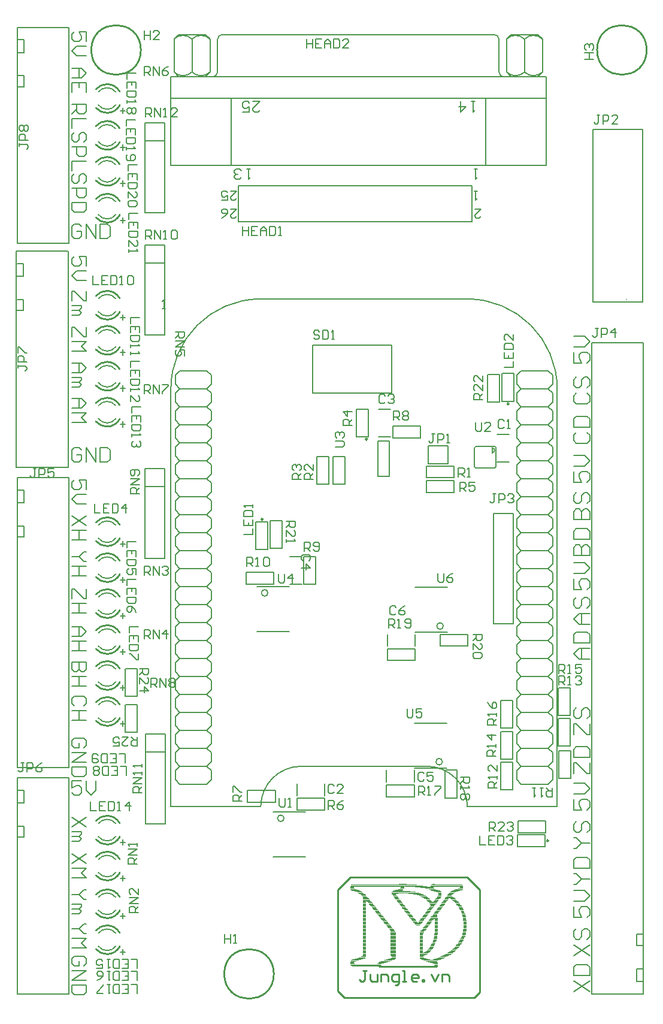
<source format=gto>
%FSTAX24Y24*%
%MOIN*%
G70*
G01*
G75*
%ADD10R,0.0500X0.0394*%
%ADD11R,0.7500X0.0100*%
%ADD12R,0.0500X0.0500*%
G04:AMPARAMS|DCode=13|XSize=37.4mil|YSize=19.7mil|CornerRadius=2.5mil|HoleSize=0mil|Usage=FLASHONLY|Rotation=180.000|XOffset=0mil|YOffset=0mil|HoleType=Round|Shape=RoundedRectangle|*
%AMROUNDEDRECTD13*
21,1,0.0374,0.0148,0,0,180.0*
21,1,0.0325,0.0197,0,0,180.0*
1,1,0.0049,-0.0162,0.0074*
1,1,0.0049,0.0162,0.0074*
1,1,0.0049,0.0162,-0.0074*
1,1,0.0049,-0.0162,-0.0074*
%
%ADD13ROUNDEDRECTD13*%
%ADD14R,0.0500X0.0500*%
%ADD15R,0.0394X0.0500*%
%ADD16R,0.0390X0.0120*%
%ADD17O,0.1457X0.0256*%
%ADD18O,0.0118X0.0532*%
%ADD19C,0.0160*%
%ADD20C,0.0080*%
%ADD21C,0.0120*%
%ADD22C,0.0200*%
%ADD23C,0.0100*%
%ADD24C,0.1500*%
%ADD25C,0.1874*%
%ADD26C,0.0665*%
%ADD27R,0.0665X0.0665*%
%ADD28O,0.1575X0.1360*%
%ADD29R,0.1575X0.1360*%
%ADD30R,0.0638X0.0638*%
%ADD31C,0.0638*%
%ADD32C,0.0591*%
%ADD33R,0.0591X0.0591*%
%ADD34P,0.0714X8X202.5*%
%ADD35O,0.0900X0.0620*%
%ADD36R,0.0900X0.0620*%
%ADD37O,0.0850X0.0600*%
%ADD38R,0.0850X0.0600*%
%ADD39O,0.0800X0.0640*%
%ADD40R,0.0800X0.0640*%
%ADD41R,0.1181X0.0902*%
%ADD42O,0.1181X0.0902*%
%ADD43C,0.0400*%
%ADD44C,0.0500*%
%ADD45C,0.0400*%
%ADD46C,0.0079*%
%ADD47C,0.0050*%
%ADD48C,0.0060*%
%ADD49C,0.0098*%
%ADD50C,0.0070*%
%ADD51C,0.0040*%
%ADD52C,0.0059*%
D20*
X032779Y062556D02*
G03*
X031778Y062556I-000501J-000501D01*
G01*
X033778D02*
G03*
X032776Y062556I-000501J-000501D01*
G01*
X032777Y060725D02*
G03*
X033779Y060725I000501J000501D01*
G01*
X031777D02*
G03*
X032778Y060725I000501J000501D01*
G01*
X051283Y062556D02*
G03*
X050282Y062556I-000501J-000501D01*
G01*
X052282D02*
G03*
X05128Y062556I-000501J-000501D01*
G01*
X051281Y060725D02*
G03*
X052282Y060725I000501J000501D01*
G01*
X050281D02*
G03*
X051282Y060725I000501J000501D01*
G01*
X023378Y049356D02*
Y050065D01*
X023053Y048067D02*
X023378D01*
X023388Y048057D01*
Y047447D02*
Y048057D01*
X023033Y047447D02*
X023388D01*
X023024Y049356D02*
X023378D01*
X023043Y050065D02*
X023378D01*
X023093Y037465D02*
X023428D01*
X023074Y036756D02*
X023428D01*
X023083Y034847D02*
X023438D01*
Y035457D01*
X023428Y035467D02*
X023438Y035457D01*
X023103Y035467D02*
X023428D01*
X023428Y036756D02*
Y037465D01*
X03535Y0524D02*
X04835D01*
X03535D02*
Y0544D01*
X04835D01*
Y0524D02*
Y0544D01*
X056947Y048084D02*
X056957Y048094D01*
X057843Y047936D02*
Y057523D01*
X055096D02*
X057843D01*
X055096Y047926D02*
Y057523D01*
Y047926D02*
X057833D01*
X057843Y047936D01*
X023428Y061806D02*
Y062515D01*
X023103Y060517D02*
X023428D01*
X023438Y060507D01*
Y059897D02*
Y060507D01*
X023083Y059897D02*
X023438D01*
X023074Y061806D02*
X023428D01*
X023093Y062515D02*
X023428D01*
Y02006D02*
Y020768D01*
X023103Y01877D02*
X023428D01*
X023438Y018761D01*
Y01815D02*
Y018761D01*
X023083Y01815D02*
X023438D01*
X023074Y02006D02*
X023428D01*
X023093Y020768D02*
X023428D01*
X057522Y010135D02*
X057857D01*
X057522Y010844D02*
X057876D01*
X057512Y012753D02*
X057867D01*
X057512Y012143D02*
Y012753D01*
Y012143D02*
X057522Y012133D01*
X057847D01*
X057522Y010135D02*
Y010844D01*
X054632Y061446D02*
X055132D01*
X054882D01*
Y06178D01*
X054632D01*
X055132D01*
X054715Y061946D02*
X054632Y06203D01*
Y062196D01*
X054715Y06228D01*
X054798D01*
X054882Y062196D01*
Y062113D01*
Y062196D01*
X054965Y06228D01*
X055048D01*
X055132Y062196D01*
Y06203D01*
X055048Y061946D01*
X039162Y062551D02*
Y062052D01*
Y062301D01*
X039495D01*
Y062551D01*
Y062052D01*
X039995Y062551D02*
X039662D01*
Y062052D01*
X039995D01*
X039662Y062301D02*
X039828D01*
X040161Y062052D02*
Y062385D01*
X040328Y062551D01*
X040495Y062385D01*
Y062052D01*
Y062301D01*
X040161D01*
X040661Y062551D02*
Y062052D01*
X040911D01*
X040995Y062135D01*
Y062468D01*
X040911Y062551D01*
X040661D01*
X041494Y062052D02*
X041161D01*
X041494Y062385D01*
Y062468D01*
X041411Y062551D01*
X041244D01*
X041161Y062468D01*
X030112Y06302D02*
Y06252D01*
Y06277D01*
X030445D01*
Y06302D01*
Y06252D01*
X030945D02*
X030612D01*
X030945Y062853D01*
Y062936D01*
X030862Y06302D01*
X030695D01*
X030612Y062936D01*
X02308Y044445D02*
Y044279D01*
Y044362D01*
X023496D01*
X02358Y044279D01*
Y044196D01*
X023496Y044112D01*
X02358Y044612D02*
X02308D01*
Y044862D01*
X023163Y044945D01*
X02333D01*
X023413Y044862D01*
Y044612D01*
X02308Y045112D02*
Y045445D01*
X023163D01*
X023496Y045112D01*
X02358D01*
X02674Y010984D02*
X026874Y011117D01*
Y011384D01*
X02674Y011517D01*
X026207D01*
X026074Y011384D01*
Y011117D01*
X026207Y010984D01*
X026474D01*
Y01125D01*
X026074Y010717D02*
X026874D01*
X026074Y010184D01*
X026874D01*
Y009917D02*
X026074D01*
Y009518D01*
X026207Y009384D01*
X02674D01*
X026874Y009518D01*
Y009917D01*
X026874Y013316D02*
X02674D01*
X026474Y01305D01*
X02674Y012783D01*
X026874D01*
X026474Y01305D02*
X026074D01*
Y012516D02*
X026874D01*
X026607Y01225D01*
X026874Y011983D01*
X026074D01*
X026874Y015233D02*
X02674D01*
X026474Y014966D01*
X02674Y0147D01*
X026874D01*
X026474Y014966D02*
X026074D01*
Y014433D02*
X026607D01*
Y0143D01*
X026474Y014166D01*
X026074D01*
X026474D01*
X026607Y014033D01*
X026474Y0139D01*
X026074D01*
X026874Y017245D02*
X026074Y016712D01*
X026874D02*
X026074Y017245D01*
Y016445D02*
X026874D01*
X026607Y016179D01*
X026874Y015912D01*
X026074D01*
X026874Y019267D02*
X026074Y018734D01*
X026874D02*
X026074Y019267D01*
Y018468D02*
X026607D01*
Y018334D01*
X026474Y018201D01*
X026074D01*
X026474D01*
X026607Y018068D01*
X026474Y017934D01*
X026074D01*
X026607Y021281D02*
X026074D01*
Y020881D01*
X026341Y021014D01*
X026474D01*
X026607Y020881D01*
Y020614D01*
X026474Y020481D01*
X026207D01*
X026074Y020614D01*
X026874Y021281D02*
Y020748D01*
X02714Y020481D01*
X027407Y020748D01*
Y021281D01*
X02674Y023131D02*
X026874Y023265D01*
Y023531D01*
X02674Y023665D01*
X026207D01*
X026074Y023531D01*
Y023265D01*
X026207Y023131D01*
X026474D01*
Y023398D01*
X026074Y022865D02*
X026874D01*
X026074Y022332D01*
X026874D01*
Y022065D02*
X026074D01*
Y021665D01*
X026207Y021532D01*
X02674D01*
X026874Y021665D01*
Y022065D01*
X02674Y025463D02*
X026874Y025596D01*
Y025863D01*
X02674Y025996D01*
X026207D01*
X026074Y025863D01*
Y025596D01*
X026207Y025463D01*
X026874Y025196D02*
X026074D01*
X026474D01*
Y024663D01*
X026874D01*
X026074D01*
X026874Y027912D02*
X026074D01*
Y027512D01*
X026207Y027379D01*
X026341D01*
X026474Y027512D01*
Y027912D01*
Y027512D01*
X026607Y027379D01*
X02674D01*
X026874Y027512D01*
Y027912D01*
Y027112D02*
X026074D01*
X026474D01*
Y026579D01*
X026874D01*
X026074D01*
Y029871D02*
X026607D01*
X026874Y029605D01*
X026607Y029338D01*
X026074D01*
X026474D01*
Y029871D01*
X026874Y029072D02*
X026074D01*
X026474D01*
Y028538D01*
X026874D01*
X026074D01*
X026874Y031947D02*
Y031414D01*
X02674D01*
X026207Y031947D01*
X026074D01*
Y031414D01*
X026874Y031147D02*
X026074D01*
X026474D01*
Y030614D01*
X026874D01*
X026074D01*
X026874Y034024D02*
X02674D01*
X026474Y033757D01*
X02674Y03349D01*
X026874D01*
X026474Y033757D02*
X026074D01*
X026874Y033224D02*
X026074D01*
X026474D01*
Y032691D01*
X026874D01*
X026074D01*
X026874Y036014D02*
X026074Y035481D01*
X026874D02*
X026074Y036014D01*
X026874Y035214D02*
X026074D01*
X026474D01*
Y034681D01*
X026874D01*
X026074D01*
X026874Y037483D02*
Y038016D01*
X026474D01*
X026607Y037749D01*
Y037616D01*
X026474Y037483D01*
X026207D01*
X026074Y037616D01*
Y037882D01*
X026207Y038016D01*
X026874Y037216D02*
X026341D01*
X026074Y036949D01*
X026341Y036683D01*
X026874D01*
X026607Y052118D02*
X026474Y052251D01*
X026207D01*
X026074Y052118D01*
Y051585D01*
X026207Y051452D01*
X026474D01*
X026607Y051585D01*
Y051851D01*
X026341D01*
X026874Y051452D02*
Y052251D01*
X027407Y051452D01*
Y052251D01*
X027673D02*
Y051452D01*
X028073D01*
X028207Y051585D01*
Y052118D01*
X028073Y052251D01*
X027673D01*
X026607Y039704D02*
X026474Y039838D01*
X026207D01*
X026074Y039704D01*
Y039171D01*
X026207Y039038D01*
X026474D01*
X026607Y039171D01*
Y039438D01*
X026341D01*
X026874Y039038D02*
Y039838D01*
X027407Y039038D01*
Y039838D01*
X027673D02*
Y039038D01*
X028073D01*
X028207Y039171D01*
Y039704D01*
X028073Y039838D01*
X027673D01*
X026074Y042572D02*
X026607D01*
X026874Y042306D01*
X026607Y042039D01*
X026074D01*
X026474D01*
Y042572D01*
X026074Y041773D02*
X026874D01*
X026607Y041506D01*
X026874Y04124D01*
X026074D01*
Y044542D02*
X026607D01*
X026874Y044276D01*
X026607Y044009D01*
X026074D01*
X026474D01*
Y044542D01*
X026074Y043742D02*
X026607D01*
Y043609D01*
X026474Y043476D01*
X026074D01*
X026474D01*
X026607Y043343D01*
X026474Y043209D01*
X026074D01*
X026874Y046533D02*
Y046D01*
X02674D01*
X026207Y046533D01*
X026074D01*
Y046D01*
Y045733D02*
X026874D01*
X026607Y045467D01*
X026874Y0452D01*
X026074D01*
X026874Y048535D02*
Y048001D01*
X02674D01*
X026207Y048535D01*
X026074D01*
Y048001D01*
Y047735D02*
X026607D01*
Y047602D01*
X026474Y047468D01*
X026074D01*
X026474D01*
X026607Y047335D01*
X026474Y047202D01*
X026074D01*
X026874Y049939D02*
Y050472D01*
X026474D01*
X026607Y050205D01*
Y050072D01*
X026474Y049939D01*
X026207D01*
X026074Y050072D01*
Y050339D01*
X026207Y050472D01*
X026874Y049672D02*
X026341D01*
X026074Y049406D01*
X026341Y049139D01*
X026874D01*
X02674Y054538D02*
X026874Y054671D01*
Y054938D01*
X02674Y055071D01*
X026607D01*
X026474Y054938D01*
Y054671D01*
X026341Y054538D01*
X026207D01*
X026074Y054671D01*
Y054938D01*
X026207Y055071D01*
X026074Y054272D02*
X026874D01*
Y053872D01*
X02674Y053738D01*
X026474D01*
X026341Y053872D01*
Y054272D01*
X026874Y053472D02*
X026074D01*
Y053072D01*
X026207Y052939D01*
X02674D01*
X026874Y053072D01*
Y053472D01*
X02674Y056827D02*
X026874Y05696D01*
Y057227D01*
X02674Y05736D01*
X026607D01*
X026474Y057227D01*
Y05696D01*
X026341Y056827D01*
X026207D01*
X026074Y05696D01*
Y057227D01*
X026207Y05736D01*
X026074Y056561D02*
X026874D01*
Y056161D01*
X02674Y056027D01*
X026474D01*
X026341Y056161D01*
Y056561D01*
X026874Y055761D02*
X026074D01*
Y055228D01*
Y058925D02*
X026874D01*
Y058525D01*
X02674Y058392D01*
X026474D01*
X026341Y058525D01*
Y058925D01*
Y058659D02*
X026074Y058392D01*
X026874Y058125D02*
X026074D01*
Y057592D01*
Y060916D02*
X026607D01*
X026874Y06065D01*
X026607Y060383D01*
X026074D01*
X026474D01*
Y060916D01*
X026874Y059583D02*
Y060116D01*
X026074D01*
Y059583D01*
X026474Y060116D02*
Y05985D01*
X026874Y062438D02*
Y062971D01*
X026474D01*
X026607Y062704D01*
Y062571D01*
X026474Y062438D01*
X026207D01*
X026074Y062571D01*
Y062838D01*
X026207Y062971D01*
X026874Y062171D02*
X026341D01*
X026074Y061905D01*
X026341Y061638D01*
X026874D01*
X053202Y027279D02*
Y027779D01*
X053452D01*
X053535Y027695D01*
Y027529D01*
X053452Y027445D01*
X053202D01*
X053369D02*
X053535Y027279D01*
X053702D02*
X053868D01*
X053785D01*
Y027779D01*
X053702Y027695D01*
X054452Y027779D02*
X054118D01*
Y027529D01*
X054285Y027612D01*
X054368D01*
X054452Y027529D01*
Y027362D01*
X054368Y027279D01*
X054202D01*
X054118Y027362D01*
X054019Y021693D02*
Y022293D01*
X054169D01*
X054769Y021693D01*
X054918D01*
Y022293D01*
X054019Y022593D02*
X054918D01*
Y023042D01*
X054769Y023192D01*
X054169D01*
X054019Y023042D01*
Y022593D01*
X054019Y023855D02*
Y024455D01*
X054169D01*
X054769Y023855D01*
X054918D01*
Y024455D01*
X054169Y025354D02*
X054019Y025204D01*
Y024904D01*
X054169Y024754D01*
X054319D01*
X054469Y024904D01*
Y025204D01*
X054619Y025354D01*
X054769D01*
X054918Y025204D01*
Y024904D01*
X054769Y024754D01*
X054918Y028077D02*
X054319D01*
X054019Y028377D01*
X054319Y028677D01*
X054918D01*
X054469D01*
Y028077D01*
X054019Y028977D02*
X054918D01*
Y029427D01*
X054769Y029577D01*
X054169D01*
X054019Y029427D01*
Y028977D01*
X054918Y030001D02*
X054319D01*
X054019Y030301D01*
X054319Y030601D01*
X054918D01*
X054469D01*
Y030001D01*
X054169Y0315D02*
X054019Y03135D01*
Y03105D01*
X054169Y0309D01*
X054319D01*
X054469Y03105D01*
Y03135D01*
X054619Y0315D01*
X054769D01*
X054918Y03135D01*
Y03105D01*
X054769Y0309D01*
X054019Y032524D02*
Y031924D01*
X054469D01*
X054319Y032224D01*
Y032374D01*
X054469Y032524D01*
X054769D01*
X054918Y032374D01*
Y032074D01*
X054769Y031924D01*
X054019Y032824D02*
X054619D01*
X054918Y033124D01*
X054619Y033424D01*
X054019D01*
Y033821D02*
X054918D01*
Y034271D01*
X054769Y034421D01*
X054619D01*
X054469Y034271D01*
Y033821D01*
Y034271D01*
X054319Y034421D01*
X054169D01*
X054019Y034271D01*
Y033821D01*
Y034721D02*
X054918D01*
Y03517D01*
X054769Y03532D01*
X054169D01*
X054019Y03517D01*
Y034721D01*
Y035824D02*
X054918D01*
Y036274D01*
X054769Y036424D01*
X054619D01*
X054469Y036274D01*
Y035824D01*
Y036274D01*
X054319Y036424D01*
X054169D01*
X054019Y036274D01*
Y035824D01*
X054169Y037324D02*
X054019Y037174D01*
Y036874D01*
X054169Y036724D01*
X054319D01*
X054469Y036874D01*
Y037174D01*
X054619Y037324D01*
X054769D01*
X054918Y037174D01*
Y036874D01*
X054769Y036724D01*
X054169Y040672D02*
X054019Y040522D01*
Y040222D01*
X054169Y040072D01*
X054769D01*
X054918Y040222D01*
Y040522D01*
X054769Y040672D01*
X054019Y040972D02*
X054918D01*
Y041422D01*
X054769Y041572D01*
X054169D01*
X054019Y041422D01*
Y040972D01*
X054169Y042862D02*
X054019Y042712D01*
Y042413D01*
X054169Y042263D01*
X054769D01*
X054918Y042413D01*
Y042712D01*
X054769Y042862D01*
X054169Y043762D02*
X054019Y043612D01*
Y043312D01*
X054169Y043162D01*
X054319D01*
X054469Y043312D01*
Y043612D01*
X054619Y043762D01*
X054769D01*
X054918Y043612D01*
Y043312D01*
X054769Y043162D01*
X054019Y038508D02*
Y037908D01*
X054469D01*
X054319Y038208D01*
Y038358D01*
X054469Y038508D01*
X054769D01*
X054918Y038358D01*
Y038058D01*
X054769Y037908D01*
X054019Y038808D02*
X054619D01*
X054918Y039108D01*
X054619Y039408D01*
X054019D01*
X054019Y045133D02*
Y044533D01*
X054469D01*
X054319Y044833D01*
Y044983D01*
X054469Y045133D01*
X054769D01*
X054918Y044983D01*
Y044683D01*
X054769Y044533D01*
X054019Y045433D02*
X054619D01*
X054918Y045733D01*
X054619Y046033D01*
X054019D01*
X054019Y020272D02*
Y019672D01*
X054469D01*
X054319Y019972D01*
Y020122D01*
X054469Y020272D01*
X054769D01*
X054918Y020122D01*
Y019822D01*
X054769Y019672D01*
X054019Y020572D02*
X054619D01*
X054918Y020872D01*
X054619Y021172D01*
X054019D01*
X054019Y017523D02*
X054169D01*
X054469Y017823D01*
X054169Y018123D01*
X054019D01*
X054469Y017823D02*
X054918D01*
X054169Y019022D02*
X054019Y018872D01*
Y018572D01*
X054169Y018423D01*
X054319D01*
X054469Y018572D01*
Y018872D01*
X054619Y019022D01*
X054769D01*
X054918Y018872D01*
Y018572D01*
X054769Y018423D01*
X054019Y015546D02*
X054169D01*
X054469Y015846D01*
X054169Y016146D01*
X054019D01*
X054469Y015846D02*
X054918D01*
X054019Y016446D02*
X054918D01*
Y016896D01*
X054769Y017046D01*
X054169D01*
X054019Y016896D01*
Y016446D01*
Y014281D02*
Y013681D01*
X054469D01*
X054319Y013981D01*
Y014131D01*
X054469Y014281D01*
X054769D01*
X054918Y014131D01*
Y013831D01*
X054769Y013681D01*
X054019Y014581D02*
X054619D01*
X054918Y014881D01*
X054619Y015181D01*
X054019D01*
Y01157D02*
X054918Y01217D01*
X054019D02*
X054918Y01157D01*
X054169Y01307D02*
X054019Y01292D01*
Y01262D01*
X054169Y01247D01*
X054319D01*
X054469Y01262D01*
Y01292D01*
X054619Y01307D01*
X054769D01*
X054918Y01292D01*
Y01262D01*
X054769Y01247D01*
X054019Y009569D02*
X054918Y010169D01*
X054019D02*
X054918Y009569D01*
X054019Y010469D02*
X054918D01*
Y010918D01*
X054769Y011068D01*
X054169D01*
X054019Y010918D01*
Y010469D01*
X0346Y01276D02*
Y01226D01*
Y01251D01*
X034933D01*
Y01276D01*
Y01226D01*
X0351D02*
X035266D01*
X035183D01*
Y01276D01*
X0351Y012677D01*
X0302Y05822D02*
Y05872D01*
X03045D01*
X030533Y058637D01*
Y05847D01*
X03045Y058387D01*
X0302D01*
X030367D02*
X030533Y05822D01*
X0307D02*
Y05872D01*
X031033Y05822D01*
Y05872D01*
X0312Y05822D02*
X031366D01*
X031283D01*
Y05872D01*
X0312Y058637D01*
X031949Y05822D02*
X031616D01*
X031949Y058553D01*
Y058637D01*
X031866Y05872D01*
X0317D01*
X031616Y058637D01*
X029998Y020646D02*
X029498D01*
Y020896D01*
X029581Y020979D01*
X029748D01*
X029831Y020896D01*
Y020646D01*
Y020813D02*
X029998Y020979D01*
Y021146D02*
X029498D01*
X029998Y021479D01*
X029498D01*
X029998Y021646D02*
Y021812D01*
Y021729D01*
X029498D01*
X029581Y021646D01*
X029998Y022062D02*
Y022229D01*
Y022146D01*
X029498D01*
X029581Y022062D01*
X0302Y05142D02*
Y05192D01*
X03045D01*
X030533Y051837D01*
Y05167D01*
X03045Y051587D01*
X0302D01*
X030367D02*
X030533Y05142D01*
X0307D02*
Y05192D01*
X031033Y05142D01*
Y05192D01*
X0312Y05142D02*
X031366D01*
X031283D01*
Y05192D01*
X0312Y051837D01*
X031616D02*
X0317Y05192D01*
X031866D01*
X031949Y051837D01*
Y051503D01*
X031866Y05142D01*
X0317D01*
X031616Y051503D01*
Y051837D01*
X029846Y037274D02*
X029347D01*
Y037524D01*
X02943Y037607D01*
X029597D01*
X02968Y037524D01*
Y037274D01*
Y03744D02*
X029846Y037607D01*
Y037773D02*
X029347D01*
X029846Y038107D01*
X029347D01*
X029763Y038273D02*
X029846Y038357D01*
Y038523D01*
X029763Y038607D01*
X02943D01*
X029347Y038523D01*
Y038357D01*
X02943Y038273D01*
X029513D01*
X029597Y038357D01*
Y038607D01*
X029868Y027535D02*
X030368D01*
Y027285D01*
X030285Y027202D01*
X030118D01*
X030035Y027285D01*
Y027535D01*
Y027368D02*
X029868Y027202D01*
Y026702D02*
Y027035D01*
X030201Y026702D01*
X030285D01*
X030368Y026785D01*
Y026952D01*
X030285Y027035D01*
X029868Y026285D02*
X030368D01*
X030118Y026535D01*
Y026202D01*
X029767Y052849D02*
X029267D01*
Y052516D01*
X029767Y052016D02*
Y052349D01*
X029267D01*
Y052016D01*
X029517Y052349D02*
Y052182D01*
X029767Y051849D02*
X029267D01*
Y051599D01*
X02935Y051516D01*
X029683D01*
X029767Y051599D01*
Y051849D01*
X029267Y051016D02*
Y051349D01*
X0296Y051016D01*
X029683D01*
X029767Y051099D01*
Y051266D01*
X029683Y051349D01*
X029267Y050849D02*
Y050683D01*
Y050766D01*
X029767D01*
X029683Y050849D01*
X029715Y055564D02*
X029215D01*
Y055231D01*
X029715Y054731D02*
Y055064D01*
X029215D01*
Y054731D01*
X029465Y055064D02*
Y054897D01*
X029715Y054564D02*
X029215D01*
Y054314D01*
X029299Y054231D01*
X029632D01*
X029715Y054314D01*
Y054564D01*
X029215Y053731D02*
Y054064D01*
X029549Y053731D01*
X029632D01*
X029715Y053814D01*
Y053981D01*
X029632Y054064D01*
Y053564D02*
X029715Y053481D01*
Y053315D01*
X029632Y053231D01*
X029299D01*
X029215Y053315D01*
Y053481D01*
X029299Y053564D01*
X029632D01*
X029621Y058054D02*
X029121D01*
Y05772D01*
X029621Y05722D02*
Y057554D01*
X029121D01*
Y05722D01*
X029371Y057554D02*
Y057387D01*
X029621Y057054D02*
X029121D01*
Y056804D01*
X029204Y056721D01*
X029537D01*
X029621Y056804D01*
Y057054D01*
X029121Y056554D02*
Y056387D01*
Y056471D01*
X029621D01*
X029537Y056554D01*
X029204Y056137D02*
X029121Y056054D01*
Y055888D01*
X029204Y055804D01*
X029537D01*
X029621Y055888D01*
Y056054D01*
X029537Y056137D01*
X029454D01*
X029371Y056054D01*
Y055804D01*
X029659Y060656D02*
X029159D01*
Y060323D01*
X029659Y059823D02*
Y060156D01*
X029159D01*
Y059823D01*
X029409Y060156D02*
Y05999D01*
X029659Y059657D02*
X029159D01*
Y059407D01*
X029242Y059323D01*
X029575D01*
X029659Y059407D01*
Y059657D01*
X029159Y059157D02*
Y05899D01*
Y059073D01*
X029659D01*
X029575Y059157D01*
Y05874D02*
X029659Y058657D01*
Y05849D01*
X029575Y058407D01*
X029492D01*
X029409Y05849D01*
X029325Y058407D01*
X029242D01*
X029159Y05849D01*
Y058657D01*
X029242Y05874D01*
X029325D01*
X029409Y058657D01*
X029492Y05874D01*
X029575D01*
X029409Y058657D02*
Y05849D01*
X029737Y009463D02*
Y009963D01*
X029404D01*
X028904Y009463D02*
X029238D01*
Y009963D01*
X028904D01*
X029238Y009713D02*
X029071D01*
X028738Y009463D02*
Y009963D01*
X028488D01*
X028405Y00988D01*
Y009546D01*
X028488Y009463D01*
X028738D01*
X028238Y009963D02*
X028071D01*
X028155D01*
Y009463D01*
X028238Y009546D01*
X027821Y009463D02*
X027488D01*
Y009546D01*
X027821Y00988D01*
Y009963D01*
X029737Y010192D02*
Y010692D01*
X029404D01*
X028904Y010192D02*
X029238D01*
Y010692D01*
X028904D01*
X029238Y010442D02*
X029071D01*
X028738Y010192D02*
Y010692D01*
X028488D01*
X028405Y010609D01*
Y010276D01*
X028488Y010192D01*
X028738D01*
X028238Y010692D02*
X028071D01*
X028155D01*
Y010192D01*
X028238Y010276D01*
X027488Y010192D02*
X027655Y010276D01*
X027821Y010442D01*
Y010609D01*
X027738Y010692D01*
X027571D01*
X027488Y010609D01*
Y010526D01*
X027571Y010442D01*
X027821D01*
X029707Y01086D02*
Y01136D01*
X029374D01*
X028874Y01086D02*
X029207D01*
Y01136D01*
X028874D01*
X029207Y01111D02*
X029041D01*
X028707Y01086D02*
Y01136D01*
X028457D01*
X028374Y011277D01*
Y010944D01*
X028457Y01086D01*
X028707D01*
X028208Y01136D02*
X028041D01*
X028124D01*
Y01086D01*
X028208Y010944D01*
X027458Y01086D02*
X027791D01*
Y01111D01*
X027624Y011027D01*
X027541D01*
X027458Y01111D01*
Y011277D01*
X027541Y01136D01*
X027708D01*
X027791Y011277D01*
X027138Y020132D02*
Y019632D01*
X027471D01*
X027971Y020132D02*
X027638D01*
Y019632D01*
X027971D01*
X027638Y019882D02*
X027804D01*
X028137Y020132D02*
Y019632D01*
X028387D01*
X028471Y019715D01*
Y020048D01*
X028387Y020132D01*
X028137D01*
X028637Y019632D02*
X028804D01*
X028721D01*
Y020132D01*
X028637Y020048D01*
X029304Y019632D02*
Y020132D01*
X029054Y019882D01*
X029387D01*
X029934Y0421D02*
X029434D01*
Y041767D01*
X029934Y041267D02*
Y041601D01*
X029434D01*
Y041267D01*
X029684Y041601D02*
Y041434D01*
X029934Y041101D02*
X029434D01*
Y040851D01*
X029517Y040767D01*
X02985D01*
X029934Y040851D01*
Y041101D01*
X029434Y040601D02*
Y040434D01*
Y040518D01*
X029934D01*
X02985Y040601D01*
Y040184D02*
X029934Y040101D01*
Y039934D01*
X02985Y039851D01*
X029767D01*
X029684Y039934D01*
Y040018D01*
Y039934D01*
X0296Y039851D01*
X029517D01*
X029434Y039934D01*
Y040101D01*
X029517Y040184D01*
X029866Y044643D02*
X029366D01*
Y04431D01*
X029866Y04381D02*
Y044143D01*
X029366D01*
Y04381D01*
X029616Y044143D02*
Y043977D01*
X029866Y043644D02*
X029366D01*
Y043394D01*
X029449Y04331D01*
X029783D01*
X029866Y043394D01*
Y043644D01*
X029366Y043144D02*
Y042977D01*
Y04306D01*
X029866D01*
X029783Y043144D01*
X029366Y042394D02*
Y042727D01*
X029699Y042394D01*
X029783D01*
X029866Y042477D01*
Y042644D01*
X029783Y042727D01*
X029866Y047076D02*
X029366D01*
Y046743D01*
X029866Y046243D02*
Y046577D01*
X029366D01*
Y046243D01*
X029616Y046577D02*
Y04641D01*
X029866Y046077D02*
X029366D01*
Y045827D01*
X029449Y045743D01*
X029783D01*
X029866Y045827D01*
Y046077D01*
X029366Y045577D02*
Y04541D01*
Y045494D01*
X029866D01*
X029783Y045577D01*
X029366Y04516D02*
Y044994D01*
Y045077D01*
X029866D01*
X029783Y04516D01*
X02726Y04938D02*
Y04888D01*
X027593D01*
X028093Y04938D02*
X02776D01*
Y04888D01*
X028093D01*
X02776Y04913D02*
X027926D01*
X02826Y04938D02*
Y04888D01*
X02851D01*
X028593Y048963D01*
Y049297D01*
X02851Y04938D01*
X02826D01*
X02876Y04888D02*
X028926D01*
X028843D01*
Y04938D01*
X02876Y049297D01*
X029176D02*
X029259Y04938D01*
X029426D01*
X029509Y049297D01*
Y048963D01*
X029426Y04888D01*
X029259D01*
X029176Y048963D01*
Y049297D01*
X029118Y021602D02*
Y022102D01*
X028785D01*
X028285Y021602D02*
X028618D01*
Y022102D01*
X028285D01*
X028618Y021852D02*
X028452D01*
X028118Y021602D02*
Y022102D01*
X027869D01*
X027785Y022019D01*
Y021685D01*
X027869Y021602D01*
X028118D01*
X027619Y021685D02*
X027535Y021602D01*
X027369D01*
X027285Y021685D01*
Y021769D01*
X027369Y021852D01*
X027285Y021935D01*
Y022019D01*
X027369Y022102D01*
X027535D01*
X027619Y022019D01*
Y021935D01*
X027535Y021852D01*
X027619Y021769D01*
Y021685D01*
X027535Y021852D02*
X027369D01*
X029782Y029859D02*
X029282D01*
Y029526D01*
X029782Y029026D02*
Y029359D01*
X029282D01*
Y029026D01*
X029532Y029359D02*
Y029193D01*
X029782Y028859D02*
X029282D01*
Y028609D01*
X029365Y028526D01*
X029698D01*
X029782Y028609D01*
Y028859D01*
Y02836D02*
Y028026D01*
X029698D01*
X029365Y02836D01*
X029282D01*
X02966Y032502D02*
X029161D01*
Y032168D01*
X02966Y031669D02*
Y032002D01*
X029161D01*
Y031669D01*
X029411Y032002D02*
Y031835D01*
X02966Y031502D02*
X029161D01*
Y031252D01*
X029244Y031169D01*
X029577D01*
X02966Y031252D01*
Y031502D01*
Y030669D02*
X029577Y030835D01*
X029411Y031002D01*
X029244D01*
X029161Y030919D01*
Y030752D01*
X029244Y030669D01*
X029327D01*
X029411Y030752D01*
Y031002D01*
X02966Y034598D02*
X029161D01*
Y034264D01*
X02966Y033765D02*
Y034098D01*
X029161D01*
Y033765D01*
X029411Y034098D02*
Y033931D01*
X02966Y033598D02*
X029161D01*
Y033348D01*
X029244Y033265D01*
X029577D01*
X02966Y033348D01*
Y033598D01*
Y032765D02*
Y033098D01*
X029411D01*
X029494Y032932D01*
Y032848D01*
X029411Y032765D01*
X029244D01*
X029161Y032848D01*
Y033015D01*
X029244Y033098D01*
X02734Y036708D02*
Y036208D01*
X027673D01*
X028173Y036708D02*
X02784D01*
Y036208D01*
X028173D01*
X02784Y036458D02*
X028007D01*
X02834Y036708D02*
Y036208D01*
X02859D01*
X028673Y036292D01*
Y036625D01*
X02859Y036708D01*
X02834D01*
X02909Y036208D02*
Y036708D01*
X02884Y036458D01*
X029173D01*
X035597Y052133D02*
Y051633D01*
Y051883D01*
X03593D01*
Y052133D01*
Y051633D01*
X03643Y052133D02*
X036097D01*
Y051633D01*
X03643D01*
X036097Y051883D02*
X036264D01*
X036597Y051633D02*
Y051966D01*
X036764Y052133D01*
X03693Y051966D01*
Y051633D01*
Y051883D01*
X036597D01*
X037097Y052133D02*
Y051633D01*
X037347D01*
X03743Y051716D01*
Y05205D01*
X037347Y052133D01*
X037097D01*
X037597Y051633D02*
X037763D01*
X03768D01*
Y052133D01*
X037597Y05205D01*
X030493Y026511D02*
Y027011D01*
X030742D01*
X030826Y026928D01*
Y026761D01*
X030742Y026678D01*
X030493D01*
X030659D02*
X030826Y026511D01*
X030992D02*
Y027011D01*
X031326Y026511D01*
Y027011D01*
X031492Y026928D02*
X031576Y027011D01*
X031742D01*
X031825Y026928D01*
Y026845D01*
X031742Y026761D01*
X031825Y026678D01*
Y026595D01*
X031742Y026511D01*
X031576D01*
X031492Y026595D01*
Y026678D01*
X031576Y026761D01*
X031492Y026845D01*
Y026928D01*
X031576Y026761D02*
X031742D01*
X03012Y04284D02*
Y04334D01*
X03037D01*
X030453Y043257D01*
Y04309D01*
X03037Y043007D01*
X03012D01*
X030287D02*
X030453Y04284D01*
X03062D02*
Y04334D01*
X030953Y04284D01*
Y04334D01*
X03112D02*
X031453D01*
Y043257D01*
X03112Y042923D01*
Y04284D01*
X03012Y06054D02*
Y06104D01*
X03037D01*
X030453Y060957D01*
Y06079D01*
X03037Y060707D01*
X03012D01*
X030287D02*
X030453Y06054D01*
X03062D02*
Y06104D01*
X030953Y06054D01*
Y06104D01*
X031453D02*
X031286Y060957D01*
X03112Y06079D01*
Y060623D01*
X031203Y06054D01*
X03137D01*
X031453Y060623D01*
Y060707D01*
X03137Y06079D01*
X03112D01*
X031856Y046265D02*
X032356D01*
Y046015D01*
X032272Y045932D01*
X032106D01*
X032023Y046015D01*
Y046265D01*
Y046099D02*
X031856Y045932D01*
Y045766D02*
X032356D01*
X031856Y045432D01*
X032356D01*
Y044932D02*
Y045266D01*
X032106D01*
X032189Y045099D01*
Y045016D01*
X032106Y044932D01*
X031939D01*
X031856Y045016D01*
Y045182D01*
X031939Y045266D01*
X03012Y0292D02*
Y0297D01*
X03037D01*
X030453Y029617D01*
Y02945D01*
X03037Y029367D01*
X03012D01*
X030287D02*
X030453Y0292D01*
X03062D02*
Y0297D01*
X030953Y0292D01*
Y0297D01*
X03137Y0292D02*
Y0297D01*
X03112Y02945D01*
X031453D01*
X03012Y03274D02*
Y03324D01*
X03037D01*
X030453Y033157D01*
Y03299D01*
X03037Y032907D01*
X03012D01*
X030287D02*
X030453Y03274D01*
X03062D02*
Y03324D01*
X030953Y03274D01*
Y03324D01*
X03112Y033157D02*
X031203Y03324D01*
X03137D01*
X031453Y033157D01*
Y033073D01*
X03137Y03299D01*
X031286D01*
X03137D01*
X031453Y032907D01*
Y032823D01*
X03137Y03274D01*
X031203D01*
X03112Y032823D01*
X02978Y013974D02*
X02928D01*
Y014224D01*
X029363Y014307D01*
X02953D01*
X029613Y014224D01*
Y013974D01*
Y014141D02*
X02978Y014307D01*
Y014474D02*
X02928D01*
X02978Y014807D01*
X02928D01*
X02978Y015307D02*
Y014974D01*
X029447Y015307D01*
X029363D01*
X02928Y015224D01*
Y015057D01*
X029363Y014974D01*
X029709Y016675D02*
X02921D01*
Y016925D01*
X029293Y017008D01*
X02946D01*
X029543Y016925D01*
Y016675D01*
Y016841D02*
X029709Y017008D01*
Y017175D02*
X02921D01*
X029709Y017508D01*
X02921D01*
X029709Y017674D02*
Y017841D01*
Y017758D01*
X02921D01*
X029293Y017674D01*
X037637Y020346D02*
Y019929D01*
X03772Y019846D01*
X037887D01*
X03797Y019929D01*
Y020346D01*
X038136Y019846D02*
X038303D01*
X03822D01*
Y020346D01*
X038136Y020262D01*
X0376Y0328D02*
Y032383D01*
X037683Y0323D01*
X03785D01*
X037933Y032383D01*
Y0328D01*
X03835Y0323D02*
Y0328D01*
X0381Y03255D01*
X038433D01*
X04474Y02531D02*
Y024893D01*
X044823Y02481D01*
X04499D01*
X045073Y024893D01*
Y02531D01*
X045573D02*
X04524D01*
Y02506D01*
X045406Y025143D01*
X04549D01*
X045573Y02506D01*
Y024893D01*
X04549Y02481D01*
X045323D01*
X04524Y024893D01*
X046468Y032832D02*
Y032416D01*
X046551Y032332D01*
X046718D01*
X046801Y032416D01*
Y032832D01*
X047301D02*
X047135Y032749D01*
X046968Y032582D01*
Y032416D01*
X047051Y032332D01*
X047218D01*
X047301Y032416D01*
Y032499D01*
X047218Y032582D01*
X046968D01*
X040756Y039864D02*
X041173D01*
X041256Y039947D01*
Y040114D01*
X041173Y040197D01*
X040756D01*
X040839Y040364D02*
X040756Y040447D01*
Y040614D01*
X040839Y040697D01*
X040923D01*
X041006Y040614D01*
Y040531D01*
Y040614D01*
X041089Y040697D01*
X041173D01*
X041256Y040614D01*
Y040447D01*
X041173Y040364D01*
X04856Y04124D02*
Y040823D01*
X048643Y04074D01*
X04881D01*
X048893Y040823D01*
Y04124D01*
X049393Y04074D02*
X04906D01*
X049393Y041073D01*
Y041157D01*
X04931Y04124D01*
X049143D01*
X04906Y041157D01*
X039873Y046267D02*
X03979Y04635D01*
X039623D01*
X03954Y046267D01*
Y046183D01*
X039623Y0461D01*
X03979D01*
X039873Y046017D01*
Y045933D01*
X03979Y04585D01*
X039623D01*
X03954Y045933D01*
X04004Y04635D02*
Y04585D01*
X04029D01*
X040373Y045933D01*
Y046267D01*
X04029Y04635D01*
X04004D01*
X04054Y04585D02*
X040706D01*
X040623D01*
Y04635D01*
X04054Y046267D01*
X041677Y041064D02*
X041177D01*
Y041314D01*
X041261Y041397D01*
X041427D01*
X041511Y041314D01*
Y041064D01*
Y04123D02*
X041677Y041397D01*
Y041814D02*
X041177D01*
X041427Y041564D01*
Y041897D01*
X048412Y029435D02*
X048912D01*
Y029186D01*
X048828Y029102D01*
X048662D01*
X048578Y029186D01*
Y029435D01*
Y029269D02*
X048412Y029102D01*
Y028602D02*
Y028936D01*
X048745Y028602D01*
X048828D01*
X048912Y028686D01*
Y028852D01*
X048828Y028936D01*
Y028436D02*
X048912Y028352D01*
Y028186D01*
X048828Y028103D01*
X048495D01*
X048412Y028186D01*
Y028352D01*
X048495Y028436D01*
X048828D01*
X035542Y020177D02*
X035042D01*
Y020427D01*
X035126Y02051D01*
X035292D01*
X035376Y020427D01*
Y020177D01*
Y020344D02*
X035542Y02051D01*
X035042Y020677D02*
Y02101D01*
X035126D01*
X035459Y020677D01*
X035542D01*
X03583Y03322D02*
Y03372D01*
X03608D01*
X036163Y033637D01*
Y03347D01*
X03608Y033387D01*
X03583D01*
X035997D02*
X036163Y03322D01*
X03633D02*
X036496D01*
X036413D01*
Y03372D01*
X03633Y033637D01*
X036746D02*
X03683Y03372D01*
X036996D01*
X03708Y033637D01*
Y033303D01*
X036996Y03322D01*
X03683D01*
X036746Y033303D01*
Y033637D01*
X03903Y03407D02*
Y03457D01*
X03928D01*
X039363Y034487D01*
Y03432D01*
X03928Y034237D01*
X03903D01*
X039197D02*
X039363Y03407D01*
X03953Y034153D02*
X039613Y03407D01*
X03978D01*
X039863Y034153D01*
Y034487D01*
X03978Y03457D01*
X039613D01*
X03953Y034487D01*
Y034403D01*
X039613Y03432D01*
X039863D01*
X044Y04136D02*
Y04186D01*
X04425D01*
X044333Y041777D01*
Y04161D01*
X04425Y041527D01*
X044D01*
X044167D02*
X044333Y04136D01*
X0445Y041777D02*
X044583Y04186D01*
X04475D01*
X044833Y041777D01*
Y041693D01*
X04475Y04161D01*
X044833Y041527D01*
Y041443D01*
X04475Y04136D01*
X044583D01*
X0445Y041443D01*
Y041527D01*
X044583Y04161D01*
X0445Y041693D01*
Y041777D01*
X044583Y04161D02*
X04475D01*
X038035Y035728D02*
X038534D01*
Y035478D01*
X038451Y035395D01*
X038285D01*
X038201Y035478D01*
Y035728D01*
Y035561D02*
X038035Y035395D01*
Y034895D02*
Y035228D01*
X038368Y034895D01*
X038451D01*
X038534Y034978D01*
Y035145D01*
X038451Y035228D01*
X038035Y034728D02*
Y034562D01*
Y034645D01*
X038534D01*
X038451Y034728D01*
X053202Y026626D02*
Y027125D01*
X053452D01*
X053535Y027042D01*
Y026876D01*
X053452Y026792D01*
X053202D01*
X053369D02*
X053535Y026626D01*
X053702D02*
X053868D01*
X053785D01*
Y027125D01*
X053702Y027042D01*
X054118D02*
X054202Y027125D01*
X054368D01*
X054452Y027042D01*
Y026959D01*
X054368Y026876D01*
X054285D01*
X054368D01*
X054452Y026792D01*
Y026709D01*
X054368Y026626D01*
X054202D01*
X054118Y026709D01*
X047606Y038207D02*
Y038707D01*
X047856D01*
X04794Y038623D01*
Y038457D01*
X047856Y038373D01*
X047606D01*
X047773D02*
X04794Y038207D01*
X048106D02*
X048273D01*
X048189D01*
Y038707D01*
X048106Y038623D01*
X049756Y020897D02*
X049256D01*
Y021147D01*
X04934Y02123D01*
X049506D01*
X04959Y021147D01*
Y020897D01*
Y021064D02*
X049756Y02123D01*
Y021397D02*
Y021564D01*
Y02148D01*
X049256D01*
X04934Y021397D01*
X049756Y022147D02*
Y021814D01*
X049423Y022147D01*
X04934D01*
X049256Y022064D01*
Y021897D01*
X04934Y021814D01*
X03953Y038061D02*
X03903D01*
Y038311D01*
X039114Y038395D01*
X03928D01*
X039364Y038311D01*
Y038061D01*
Y038228D02*
X03953Y038395D01*
Y038894D02*
Y038561D01*
X039197Y038894D01*
X039114D01*
X03903Y038811D01*
Y038645D01*
X039114Y038561D01*
X049727Y024411D02*
X049227D01*
Y024661D01*
X049311Y024745D01*
X049477D01*
X049561Y024661D01*
Y024411D01*
Y024578D02*
X049727Y024745D01*
Y024911D02*
Y025078D01*
Y024995D01*
X049227D01*
X049311Y024911D01*
X049227Y025661D02*
X049311Y025494D01*
X049477Y025328D01*
X049644D01*
X049727Y025411D01*
Y025578D01*
X049644Y025661D01*
X049561D01*
X049477Y025578D01*
Y025328D01*
X049316Y018498D02*
Y018998D01*
X049566D01*
X049649Y018915D01*
Y018748D01*
X049566Y018665D01*
X049316D01*
X049483D02*
X049649Y018498D01*
X050149D02*
X049816D01*
X050149Y018831D01*
Y018915D01*
X050066Y018998D01*
X049899D01*
X049816Y018915D01*
X050316D02*
X050399Y018998D01*
X050566D01*
X050649Y018915D01*
Y018831D01*
X050566Y018748D01*
X050482D01*
X050566D01*
X050649Y018665D01*
Y018581D01*
X050566Y018498D01*
X050399D01*
X050316Y018581D01*
X048952Y042481D02*
X048452D01*
Y042731D01*
X048535Y042814D01*
X048702D01*
X048785Y042731D01*
Y042481D01*
Y042648D02*
X048952Y042814D01*
Y043314D02*
Y042981D01*
X048618Y043314D01*
X048535D01*
X048452Y043231D01*
Y043064D01*
X048535Y042981D01*
X048952Y043814D02*
Y043481D01*
X048618Y043814D01*
X048535D01*
X048452Y043731D01*
Y043564D01*
X048535Y043481D01*
X047686Y037398D02*
Y037898D01*
X047936D01*
X048019Y037815D01*
Y037648D01*
X047936Y037565D01*
X047686D01*
X047852D02*
X048019Y037398D01*
X048519Y037898D02*
X048186D01*
Y037648D01*
X048352Y037731D01*
X048436D01*
X048519Y037648D01*
Y037481D01*
X048436Y037398D01*
X048269D01*
X048186Y037481D01*
X045379Y020482D02*
Y020982D01*
X045629D01*
X045712Y020899D01*
Y020732D01*
X045629Y020649D01*
X045379D01*
X045545D02*
X045712Y020482D01*
X045879D02*
X046045D01*
X045962D01*
Y020982D01*
X045879Y020899D01*
X046295Y020982D02*
X046628D01*
Y020899D01*
X046295Y020566D01*
Y020482D01*
X038856Y038048D02*
X038356D01*
Y038298D01*
X03844Y038381D01*
X038606D01*
X03869Y038298D01*
Y038048D01*
Y038214D02*
X038856Y038381D01*
X03844Y038547D02*
X038356Y038631D01*
Y038797D01*
X03844Y038881D01*
X038523D01*
X038606Y038797D01*
Y038714D01*
Y038797D01*
X03869Y038881D01*
X038773D01*
X038856Y038797D01*
Y038631D01*
X038773Y038547D01*
X043718Y029809D02*
Y030308D01*
X043968D01*
X044051Y030225D01*
Y030059D01*
X043968Y029975D01*
X043718D01*
X043885D02*
X044051Y029809D01*
X044218D02*
X044385D01*
X044301D01*
Y030308D01*
X044218Y030225D01*
X044634Y029892D02*
X044718Y029809D01*
X044884D01*
X044968Y029892D01*
Y030225D01*
X044884Y030308D01*
X044718D01*
X044634Y030225D01*
Y030142D01*
X044718Y030059D01*
X044968D01*
X047726Y02149D02*
X048225D01*
Y02124D01*
X048142Y021157D01*
X047976D01*
X047892Y02124D01*
Y02149D01*
Y021323D02*
X047726Y021157D01*
Y02099D02*
Y020823D01*
Y020907D01*
X048225D01*
X048142Y02099D01*
Y020573D02*
X048225Y02049D01*
Y020323D01*
X048142Y02024D01*
X048059D01*
X047976Y020323D01*
X047892Y02024D01*
X047809D01*
X047726Y020323D01*
Y02049D01*
X047809Y020573D01*
X047892D01*
X047976Y02049D01*
X048059Y020573D01*
X048142D01*
X047976Y02049D02*
Y020323D01*
X049698Y022661D02*
X049198D01*
Y022911D01*
X049282Y022995D01*
X049448D01*
X049531Y022911D01*
Y022661D01*
Y022828D02*
X049698Y022995D01*
Y023161D02*
Y023328D01*
Y023245D01*
X049198D01*
X049282Y023161D01*
X049698Y023828D02*
X049198D01*
X049448Y023578D01*
Y023911D01*
X052818Y020905D02*
Y020405D01*
X052568D01*
X052485Y020488D01*
Y020655D01*
X052568Y020738D01*
X052818D01*
X052652D02*
X052485Y020905D01*
X052318D02*
X052152D01*
X052235D01*
Y020405D01*
X052318Y020488D01*
X051902Y020905D02*
X051735D01*
X051818D01*
Y020405D01*
X051902Y020488D01*
X040368Y019713D02*
Y020213D01*
X040618D01*
X040701Y02013D01*
Y019963D01*
X040618Y01988D01*
X040368D01*
X040534D02*
X040701Y019713D01*
X041201Y020213D02*
X041034Y02013D01*
X040868Y019963D01*
Y019797D01*
X040951Y019713D01*
X041117D01*
X041201Y019797D01*
Y01988D01*
X041117Y019963D01*
X040868D01*
X05014Y044294D02*
X05064D01*
Y044627D01*
X05014Y045127D02*
Y044794D01*
X05064D01*
Y045127D01*
X05039Y044794D02*
Y044961D01*
X05014Y045294D02*
X05064D01*
Y045544D01*
X050556Y045627D01*
X050223D01*
X05014Y045544D01*
Y045294D01*
X05064Y046127D02*
Y045794D01*
X050307Y046127D01*
X050223D01*
X05014Y046044D01*
Y045877D01*
X050223Y045794D01*
X035666Y035012D02*
X036165D01*
Y035345D01*
X035666Y035845D02*
Y035512D01*
X036165D01*
Y035845D01*
X035915Y035512D02*
Y035678D01*
X035666Y036011D02*
X036165D01*
Y036261D01*
X036082Y036345D01*
X035749D01*
X035666Y036261D01*
Y036011D01*
X036165Y036511D02*
Y036678D01*
Y036595D01*
X035666D01*
X035749Y036511D01*
X048791Y018242D02*
Y017742D01*
X049124D01*
X049624Y018242D02*
X04929D01*
Y017742D01*
X049624D01*
X04929Y017992D02*
X049457D01*
X04979Y018242D02*
Y017742D01*
X05004D01*
X050123Y017825D01*
Y018158D01*
X05004Y018242D01*
X04979D01*
X05029Y018158D02*
X050373Y018242D01*
X05054D01*
X050623Y018158D01*
Y018075D01*
X05054Y017992D01*
X050457D01*
X05054D01*
X050623Y017908D01*
Y017825D01*
X05054Y017742D01*
X050373D01*
X05029Y017825D01*
X049689Y037248D02*
X049523D01*
X049606D01*
Y036832D01*
X049523Y036748D01*
X049439D01*
X049356Y036832D01*
X049856Y036748D02*
Y037248D01*
X050106D01*
X050189Y037165D01*
Y036998D01*
X050106Y036915D01*
X049856D01*
X050356Y037165D02*
X050439Y037248D01*
X050606D01*
X050689Y037165D01*
Y037082D01*
X050606Y036998D01*
X050522D01*
X050606D01*
X050689Y036915D01*
Y036832D01*
X050606Y036748D01*
X050439D01*
X050356Y036832D01*
X024106Y038678D02*
X02394D01*
X024023D01*
Y038261D01*
X02394Y038178D01*
X023857D01*
X023773Y038261D01*
X024273Y038178D02*
Y038678D01*
X024523D01*
X024606Y038594D01*
Y038428D01*
X024523Y038345D01*
X024273D01*
X025106Y038678D02*
X024773D01*
Y038428D01*
X02494Y038511D01*
X025023D01*
X025106Y038428D01*
Y038261D01*
X025023Y038178D01*
X024856D01*
X024773Y038261D01*
X046283Y0406D02*
X046117D01*
X0462D01*
Y040183D01*
X046117Y0401D01*
X046033D01*
X04595Y040183D01*
X04645Y0401D02*
Y0406D01*
X0467D01*
X046783Y040517D01*
Y04035D01*
X0467Y040267D01*
X04645D01*
X04695Y0401D02*
X047116D01*
X047033D01*
Y0406D01*
X04695Y040517D01*
X055473Y05834D02*
X055307D01*
X05539D01*
Y057923D01*
X055307Y05784D01*
X055223D01*
X05514Y057923D01*
X05564Y05784D02*
Y05834D01*
X05589D01*
X055973Y058257D01*
Y05809D01*
X05589Y058007D01*
X05564D01*
X056473Y05784D02*
X05614D01*
X056473Y058173D01*
Y058257D01*
X05639Y05834D01*
X056223D01*
X05614Y058257D01*
X023165Y056774D02*
Y056607D01*
Y05669D01*
X023581D01*
X023665Y056607D01*
Y056524D01*
X023581Y056441D01*
X023665Y05694D02*
X023165D01*
Y05719D01*
X023248Y057274D01*
X023415D01*
X023498Y05719D01*
Y05694D01*
X023248Y05744D02*
X023165Y057524D01*
Y05769D01*
X023248Y057773D01*
X023331D01*
X023415Y05769D01*
X023498Y057773D01*
X023581D01*
X023665Y05769D01*
Y057524D01*
X023581Y05744D01*
X023498D01*
X023415Y057524D01*
X023331Y05744D01*
X023248D01*
X023415Y057524D02*
Y05769D01*
X023433Y02228D02*
X023267D01*
X02335D01*
Y021863D01*
X023267Y02178D01*
X023183D01*
X0231Y021863D01*
X0236Y02178D02*
Y02228D01*
X02385D01*
X023933Y022197D01*
Y02203D01*
X02385Y021947D01*
X0236D01*
X024433Y02228D02*
X024266Y022197D01*
X0241Y02203D01*
Y021863D01*
X024183Y02178D01*
X02435D01*
X024433Y021863D01*
Y021947D01*
X02435Y02203D01*
X0241D01*
X045699Y021681D02*
X045616Y021764D01*
X045449D01*
X045366Y021681D01*
Y021347D01*
X045449Y021264D01*
X045616D01*
X045699Y021347D01*
X046199Y021764D02*
X045866D01*
Y021514D01*
X046032Y021597D01*
X046116D01*
X046199Y021514D01*
Y021347D01*
X046116Y021264D01*
X045949D01*
X045866Y021347D01*
X043523Y042697D02*
X04344Y04278D01*
X043273D01*
X04319Y042697D01*
Y042363D01*
X043273Y04228D01*
X04344D01*
X043523Y042363D01*
X04369Y042697D02*
X043773Y04278D01*
X04394D01*
X044023Y042697D01*
Y042613D01*
X04394Y04253D01*
X043856D01*
X04394D01*
X044023Y042447D01*
Y042363D01*
X04394Y04228D01*
X043773D01*
X04369Y042363D01*
X040675Y021005D02*
X040591Y021088D01*
X040425D01*
X040341Y021005D01*
Y020671D01*
X040425Y020588D01*
X040591D01*
X040675Y020671D01*
X041174Y020588D02*
X040841D01*
X041174Y020921D01*
Y021005D01*
X041091Y021088D01*
X040924D01*
X040841Y021005D01*
X050143Y041307D02*
X05006Y04139D01*
X049893D01*
X04981Y041307D01*
Y040973D01*
X049893Y04089D01*
X05006D01*
X050143Y040973D01*
X05031Y04089D02*
X050476D01*
X050393D01*
Y04139D01*
X05031Y041307D01*
X044125Y030943D02*
X044042Y031026D01*
X043875D01*
X043792Y030943D01*
Y030609D01*
X043875Y030526D01*
X044042D01*
X044125Y030609D01*
X044625Y031026D02*
X044459Y030943D01*
X044292Y030776D01*
Y030609D01*
X044375Y030526D01*
X044542D01*
X044625Y030609D01*
Y030693D01*
X044542Y030776D01*
X044292D01*
X039286Y033531D02*
X03937Y033614D01*
Y033781D01*
X039286Y033864D01*
X038953D01*
X03887Y033781D01*
Y033614D01*
X038953Y033531D01*
X03887Y033114D02*
X03937D01*
X03912Y033364D01*
Y033031D01*
X03113Y04755D02*
X031297D01*
X031213D01*
Y04805D01*
X03113Y047967D01*
X029735Y023717D02*
Y023217D01*
X029486D01*
X029402Y0233D01*
Y023467D01*
X029486Y02355D01*
X029735D01*
X029569D02*
X029402Y023717D01*
X028902D02*
X029236D01*
X028902Y023384D01*
Y0233D01*
X028986Y023217D01*
X029152D01*
X029236Y0233D01*
X028403Y023217D02*
X028736D01*
Y023467D01*
X028569Y023384D01*
X028486D01*
X028403Y023467D01*
Y023634D01*
X028486Y023717D01*
X028652D01*
X028736Y023634D01*
X029043Y022284D02*
Y022783D01*
X02871D01*
X02821Y022284D02*
X028543D01*
Y022783D01*
X02821D01*
X028543Y022534D02*
X028377D01*
X028044Y022284D02*
Y022783D01*
X027794D01*
X02771Y0227D01*
Y022367D01*
X027794Y022284D01*
X028044D01*
X027544Y0227D02*
X02746Y022783D01*
X027294D01*
X027211Y0227D01*
Y022367D01*
X027294Y022284D01*
X02746D01*
X027544Y022367D01*
Y02245D01*
X02746Y022534D01*
X027211D01*
X055393Y04647D02*
X055227D01*
X05531D01*
Y046053D01*
X055227Y04597D01*
X055143D01*
X05506Y046053D01*
X05556Y04597D02*
Y04647D01*
X05581D01*
X055893Y046387D01*
Y04622D01*
X05581Y046137D01*
X05556D01*
X05631Y04597D02*
Y04647D01*
X05606Y04622D01*
X056393D01*
X048517Y0531D02*
X04885D01*
X048517Y052767D01*
Y052683D01*
X0486Y0526D01*
X048767D01*
X04885Y052683D01*
X04865Y0541D02*
X048483D01*
X048567D01*
Y0536D01*
X04865Y053683D01*
X034917Y0541D02*
X03525D01*
X034917Y053767D01*
Y053683D01*
X035Y0536D01*
X035167D01*
X03525Y053683D01*
X034417Y0536D02*
X03475D01*
Y05385D01*
X034584Y053767D01*
X0345D01*
X034417Y05385D01*
Y054017D01*
X0345Y0541D01*
X034667D01*
X03475Y054017D01*
X034917Y0531D02*
X03525D01*
X034917Y052767D01*
Y052683D01*
X035Y0526D01*
X035167D01*
X03525Y052683D01*
X034417Y0526D02*
X034584Y052683D01*
X03475Y05285D01*
Y053017D01*
X034667Y0531D01*
X0345D01*
X034417Y053017D01*
Y052933D01*
X0345Y05285D01*
X03475D01*
D23*
X05808Y06195D02*
G03*
X05808Y06195I-00138J0D01*
G01*
X02993D02*
G03*
X02993Y06195I-00138J0D01*
G01*
X050417Y042263D02*
G03*
X050417Y042263I-00005J0D01*
G01*
X028745Y053547D02*
G03*
X02805Y05395I-000695J-000397D01*
G01*
D02*
G03*
X02743Y053667I-000005J-00081D01*
G01*
X02805Y05235D02*
G03*
X028756Y05277I000003J000798D01*
G01*
X02743Y05263D02*
G03*
X02805Y05235I000609J000522D01*
G01*
X028745Y055597D02*
G03*
X02805Y056I-000695J-000397D01*
G01*
D02*
G03*
X02743Y055717I-000005J-00081D01*
G01*
X02805Y0544D02*
G03*
X028756Y05482I000003J000798D01*
G01*
X02743Y05468D02*
G03*
X02805Y0544I000609J000522D01*
G01*
X028745Y057597D02*
G03*
X02805Y058I-000695J-000397D01*
G01*
D02*
G03*
X02743Y057717I-000005J-00081D01*
G01*
X02805Y0564D02*
G03*
X028756Y05682I000003J000798D01*
G01*
X02743Y05668D02*
G03*
X02805Y0564I000609J000522D01*
G01*
X028745Y059647D02*
G03*
X02805Y06005I-000695J-000397D01*
G01*
D02*
G03*
X02743Y059767I-000005J-00081D01*
G01*
X02805Y05845D02*
G03*
X028756Y05887I000003J000798D01*
G01*
X02743Y05873D02*
G03*
X02805Y05845I000609J000522D01*
G01*
X028745Y042197D02*
G03*
X02805Y0426I-000695J-000397D01*
G01*
D02*
G03*
X02743Y042317I-000005J-00081D01*
G01*
X02805Y041D02*
G03*
X028756Y04142I000003J000798D01*
G01*
X02743Y04128D02*
G03*
X02805Y041I000609J000522D01*
G01*
X028745Y044197D02*
G03*
X02805Y0446I-000695J-000397D01*
G01*
D02*
G03*
X02743Y044317I-000005J-00081D01*
G01*
X02805Y043D02*
G03*
X028756Y04342I000003J000798D01*
G01*
X02743Y04328D02*
G03*
X02805Y043I000609J000522D01*
G01*
X028745Y046197D02*
G03*
X02805Y0466I-000695J-000397D01*
G01*
D02*
G03*
X02743Y046317I-000005J-00081D01*
G01*
X02805Y045D02*
G03*
X028756Y04542I000003J000798D01*
G01*
X02743Y04528D02*
G03*
X02805Y045I000609J000522D01*
G01*
X028745Y035547D02*
G03*
X02805Y03595I-000695J-000397D01*
G01*
D02*
G03*
X02743Y035667I-000005J-00081D01*
G01*
X02805Y03435D02*
G03*
X028756Y03477I000003J000798D01*
G01*
X02743Y03463D02*
G03*
X02805Y03435I000609J000522D01*
G01*
X028745Y033547D02*
G03*
X02805Y03395I-000695J-000397D01*
G01*
D02*
G03*
X02743Y033667I-000005J-00081D01*
G01*
X02805Y03235D02*
G03*
X028756Y03277I000003J000798D01*
G01*
X02743Y03263D02*
G03*
X02805Y03235I000609J000522D01*
G01*
X028745Y031547D02*
G03*
X02805Y03195I-000695J-000397D01*
G01*
D02*
G03*
X02743Y031667I-000005J-00081D01*
G01*
X02805Y03035D02*
G03*
X028756Y03077I000003J000798D01*
G01*
X02743Y03063D02*
G03*
X02805Y03035I000609J000522D01*
G01*
X028745Y029547D02*
G03*
X02805Y02995I-000695J-000397D01*
G01*
D02*
G03*
X02743Y029667I-000005J-00081D01*
G01*
X02805Y02835D02*
G03*
X028756Y02877I000003J000798D01*
G01*
X02743Y02863D02*
G03*
X02805Y02835I000609J000522D01*
G01*
X028745Y027547D02*
G03*
X02805Y02795I-000695J-000397D01*
G01*
D02*
G03*
X02743Y027667I-000005J-00081D01*
G01*
X02805Y02635D02*
G03*
X028756Y02677I000003J000798D01*
G01*
X02743Y02663D02*
G03*
X02805Y02635I000609J000522D01*
G01*
X02743Y02463D02*
G03*
X02805Y02435I000609J000522D01*
G01*
Y02435D02*
G03*
X028756Y02477I000003J000798D01*
G01*
X02805Y02595D02*
G03*
X02743Y025667I-000005J-00081D01*
G01*
X028745Y025547D02*
G03*
X02805Y02595I-000695J-000397D01*
G01*
X028745Y012847D02*
G03*
X02805Y01325I-000695J-000397D01*
G01*
D02*
G03*
X02743Y012967I-000005J-00081D01*
G01*
X02805Y01165D02*
G03*
X028756Y01207I000003J000798D01*
G01*
X02743Y01193D02*
G03*
X02805Y01165I000609J000522D01*
G01*
X028745Y014847D02*
G03*
X02805Y01525I-000695J-000397D01*
G01*
D02*
G03*
X02743Y014967I-000005J-00081D01*
G01*
X02805Y01365D02*
G03*
X028756Y01407I000003J000798D01*
G01*
X02743Y01393D02*
G03*
X02805Y01365I000609J000522D01*
G01*
X028745Y016947D02*
G03*
X02805Y01735I-000695J-000397D01*
G01*
D02*
G03*
X02743Y017067I-000005J-00081D01*
G01*
X02805Y01575D02*
G03*
X028756Y01617I000003J000798D01*
G01*
X02743Y01603D02*
G03*
X02805Y01575I000609J000522D01*
G01*
X028745Y018947D02*
G03*
X02805Y01935I-000695J-000397D01*
G01*
D02*
G03*
X02743Y019067I-000005J-00081D01*
G01*
X02805Y01775D02*
G03*
X028756Y01817I000003J000798D01*
G01*
X02743Y01803D02*
G03*
X02805Y01775I000609J000522D01*
G01*
X052618Y01796D02*
G03*
X052618Y01796I-00005J0D01*
G01*
X036719Y035842D02*
G03*
X036719Y035842I-00005J0D01*
G01*
X028745Y048147D02*
G03*
X02805Y04855I-000695J-000397D01*
G01*
D02*
G03*
X02743Y048267I-000005J-00081D01*
G01*
X02805Y04695D02*
G03*
X028756Y04737I000003J000798D01*
G01*
X02743Y04723D02*
G03*
X02805Y04695I000609J000522D01*
G01*
X03733Y01055D02*
G03*
X03733Y01055I-00138J0D01*
G01*
X041595Y015937D02*
X041895D01*
X040895Y015237D02*
X041595Y015937D01*
X040895Y009587D02*
Y015237D01*
Y009587D02*
X041245Y009237D01*
X048495D01*
X048795Y009537D01*
Y015237D01*
X048095Y015937D02*
X048795Y015237D01*
X041895Y015937D02*
X048095D01*
X042495Y010737D02*
X042295D01*
X042395D01*
Y010237D01*
X042295Y010137D01*
X042195D01*
X042095Y010237D01*
X042695Y010537D02*
Y010237D01*
X042795Y010137D01*
X043095D01*
Y010537D01*
X043294Y010137D02*
Y010537D01*
X043594D01*
X043694Y010437D01*
Y010137D01*
X044094Y009937D02*
X044194D01*
X044294Y010037D01*
Y010537D01*
X043994D01*
X043894Y010437D01*
Y010237D01*
X043994Y010137D01*
X044294D01*
X044494D02*
X044694D01*
X044594D01*
Y010737D01*
X044494D01*
X045294Y010137D02*
X045094D01*
X044994Y010237D01*
Y010437D01*
X045094Y010537D01*
X045294D01*
X045394Y010437D01*
Y010337D01*
X044994D01*
X045594Y010137D02*
Y010237D01*
X045694D01*
Y010137D01*
X045594D01*
X046094Y010537D02*
X046294Y010137D01*
X046493Y010537D01*
X046693Y010137D02*
Y010537D01*
X046993D01*
X047093Y010437D01*
Y010137D01*
D46*
X049861Y062539D02*
G03*
X049588Y062812I-000274J0D01*
G01*
X03392Y060452D02*
G03*
X034194Y060726I0J000274D01*
G01*
X049863D02*
G03*
X050137Y060452I000274J0D01*
G01*
X03447Y062812D02*
G03*
X034196Y062539I0J-000274D01*
G01*
X052481Y055529D02*
Y06045D01*
X031576Y055529D02*
Y06045D01*
Y055529D02*
X052481D01*
X049115D02*
Y059269D01*
X031576Y06045D02*
X052481D01*
X034942Y055529D02*
Y059269D01*
X03447Y062812D02*
X049588D01*
X049863Y060726D02*
Y062537D01*
X034194Y060726D02*
Y062537D01*
X031576Y059269D02*
X052481D01*
X031778Y060725D02*
X032028Y060475D01*
X031778Y060725D02*
Y062556D01*
Y062562D02*
X032028Y062812D01*
X033528D01*
X033778Y062562D01*
X033778Y062059D02*
Y062142D01*
X033778Y060725D02*
Y062556D01*
X033528Y060475D02*
X033778Y060725D01*
X032778D02*
Y062556D01*
X050282Y060725D02*
X050532Y060475D01*
X050282Y060725D02*
Y062556D01*
Y062562D02*
X050532Y062812D01*
X052032D01*
X052282Y062562D01*
X052282Y062059D02*
Y062142D01*
X052282Y060725D02*
Y062556D01*
X052032Y060475D02*
X052282Y060725D01*
X051282D02*
Y062556D01*
X053173Y024926D02*
Y026466D01*
Y024926D02*
X053833D01*
X053183Y026466D02*
X053833D01*
Y024926D02*
Y026466D01*
X049237Y042363D02*
Y043903D01*
Y042363D02*
X049897D01*
X049247Y043903D02*
X049897D01*
Y042363D02*
Y043903D01*
X050697Y042413D02*
Y043953D01*
X050047D02*
X050697D01*
X050037Y042413D02*
X050697D01*
X050037D02*
Y043953D01*
X042582Y040415D02*
Y041955D01*
X041922D02*
X042582D01*
X041922Y040415D02*
X042572D01*
X041922D02*
Y041955D01*
X02907Y02398D02*
Y02552D01*
Y02398D02*
X02973D01*
X02908Y02552D02*
X02973D01*
Y02398D02*
Y02552D01*
X050878Y01829D02*
X052418D01*
X050878Y01764D02*
Y01829D01*
X052418Y01763D02*
Y01829D01*
X050878Y01763D02*
X052418D01*
X050924Y018413D02*
X052464D01*
Y019073D01*
X050924Y018423D02*
Y019073D01*
X052464D01*
X053846Y021435D02*
Y022975D01*
X053186D02*
X053846D01*
X053186Y021435D02*
X053836D01*
X053186D02*
Y022975D01*
X053173Y023225D02*
Y024765D01*
Y023225D02*
X053833D01*
X053183Y024765D02*
X053833D01*
Y023225D02*
Y024765D01*
X05063Y02423D02*
Y02577D01*
X04997D02*
X05063D01*
X04997Y02423D02*
X05062D01*
X04997D02*
Y02577D01*
Y02248D02*
Y02402D01*
Y02248D02*
X05063D01*
X04998Y02402D02*
X05063D01*
Y02248D02*
Y02402D01*
X049956Y020783D02*
Y022323D01*
Y020783D02*
X050616D01*
X049966Y022323D02*
X050616D01*
Y020783D02*
Y022323D01*
X046869Y020343D02*
Y021883D01*
Y020343D02*
X047529D01*
X046879Y021883D02*
X047529D01*
Y020343D02*
Y021883D01*
X043605Y020396D02*
X045145D01*
Y021056D01*
X043605Y020406D02*
Y021056D01*
X045145D01*
Y021246D02*
Y021896D01*
X043605Y021246D02*
Y021906D01*
X046599Y02944D02*
X048138D01*
X046599Y02878D02*
Y02944D01*
X048138Y02878D02*
Y02943D01*
X046599Y02878D02*
X048138D01*
X037797Y034219D02*
Y035759D01*
X037137D02*
X037797D01*
X037137Y034219D02*
X037787D01*
X037137D02*
Y035759D01*
X036339Y034152D02*
Y035692D01*
Y034152D02*
X036989D01*
X036339Y035692D02*
X036999D01*
Y034152D02*
Y035692D01*
X02973Y02598D02*
Y02752D01*
X02908D02*
X02973D01*
X02907Y02598D02*
X02973D01*
X02907D02*
Y02752D01*
X043135Y038216D02*
Y040184D01*
X043765Y038216D02*
Y040184D01*
X043135D02*
X043765D01*
X043135Y038216D02*
X043765D01*
X0439Y04287D02*
Y04553D01*
X0395Y04287D02*
Y04553D01*
Y04287D02*
X0439D01*
X0395Y04553D02*
X0439D01*
X035868Y020097D02*
X037408D01*
Y020757D01*
X035868Y020107D02*
Y020757D01*
X037408D01*
X035787Y032902D02*
X037327D01*
X035787Y032242D02*
Y032902D01*
X037327Y032242D02*
Y032892D01*
X035787Y032242D02*
X037327D01*
X038993Y032215D02*
Y033755D01*
Y032215D02*
X039653D01*
X039003Y033755D02*
X039653D01*
Y032215D02*
Y033755D01*
X043964Y040379D02*
X045504D01*
Y041039D01*
X043964Y040389D02*
Y041039D01*
X045504D01*
X045811Y038148D02*
X047351D01*
Y038808D01*
X045811Y038158D02*
Y038808D01*
X047351D01*
X04062Y03778D02*
Y03932D01*
Y03778D02*
X04128D01*
X04063Y03932D02*
X04128D01*
Y03778D02*
Y03932D01*
X045811Y037338D02*
X047351D01*
Y037998D01*
X045811Y037348D02*
Y037998D01*
X047351D01*
X03972Y03778D02*
Y03932D01*
Y03778D02*
X04038D01*
X03973Y03932D02*
X04038D01*
Y03778D02*
Y03932D01*
X043657Y028643D02*
X045197D01*
X043657Y027983D02*
Y028643D01*
X045197Y027983D02*
Y028633D01*
X043657Y027983D02*
X045197D01*
X038621Y020329D02*
X040161D01*
X038621Y019669D02*
Y020329D01*
X040161Y019669D02*
Y020319D01*
X038621Y019669D02*
X040161D01*
X043157Y041963D02*
X043807D01*
X043147Y040423D02*
X043807D01*
X038621Y020479D02*
Y021129D01*
X040161Y020469D02*
Y021129D01*
X04977Y03903D02*
X05042D01*
X04977Y04057D02*
X05043D01*
X043661Y028795D02*
Y029445D01*
X045202Y028785D02*
Y029445D01*
X038231Y032215D02*
X038881D01*
X038231Y033755D02*
X038891D01*
D47*
X0481Y01985D02*
G03*
X04585Y0221I-00225J0D01*
G01*
X03885D02*
G03*
X0366Y01985I0J-00225D01*
G01*
Y0481D02*
G03*
X0316Y0431I0J-005D01*
G01*
X0531D02*
G03*
X0481Y0481I-005J0D01*
G01*
X049474Y03954D02*
G03*
X049474Y03982I0J00014D01*
G01*
X048553Y03989D02*
G03*
X048504Y039841I000001J-00005D01*
G01*
Y038758D02*
G03*
X048553Y03871I00005J000001D01*
G01*
X049636D02*
G03*
X049684Y038758I-000001J00005D01*
G01*
Y039841D02*
G03*
X049636Y03989I-00005J-000001D01*
G01*
X0531Y01985D02*
Y0431D01*
X0366Y0481D02*
X0481D01*
X0316Y01985D02*
Y0431D01*
Y01985D02*
X0366D01*
X0481D02*
X0531D01*
X03885Y0221D02*
X04585D01*
X02893Y05232D02*
Y05263D01*
X02878Y05247D02*
X02907D01*
X02893Y05437D02*
Y05468D01*
X02878Y05452D02*
X02907D01*
X02893Y05637D02*
Y05668D01*
X02878Y05652D02*
X02907D01*
X02893Y05842D02*
Y05873D01*
X02878Y05857D02*
X02907D01*
X02893Y04097D02*
Y04128D01*
X02878Y04112D02*
X02907D01*
X02893Y04297D02*
Y04328D01*
X02878Y04312D02*
X02907D01*
X02893Y04497D02*
Y04528D01*
X02878Y04512D02*
X02907D01*
X02893Y03432D02*
Y03463D01*
X02878Y03447D02*
X02907D01*
X02893Y03232D02*
Y03263D01*
X02878Y03247D02*
X02907D01*
X02893Y03032D02*
Y03063D01*
X02878Y03047D02*
X02907D01*
X02893Y02832D02*
Y02863D01*
X02878Y02847D02*
X02907D01*
X02893Y02632D02*
Y02663D01*
X02878Y02647D02*
X02907D01*
X02878Y02447D02*
X02907D01*
X02893Y02432D02*
Y02463D01*
Y01162D02*
Y01193D01*
X02878Y01177D02*
X02907D01*
X02893Y01362D02*
Y01393D01*
X02878Y01377D02*
X02907D01*
X02893Y01572D02*
Y01603D01*
X02878Y01587D02*
X02907D01*
X02893Y01772D02*
Y01803D01*
X02878Y01787D02*
X02907D01*
X02893Y04692D02*
Y04723D01*
X02878Y04707D02*
X02907D01*
X049474Y03954D02*
Y03982D01*
X048504Y03876D02*
Y03984D01*
X048554Y03871D02*
X049634D01*
X048554Y03989D02*
X049634D01*
X049684Y03876D02*
Y03984D01*
D48*
X028524Y053518D02*
G03*
X02805Y05375I-000474J-000368D01*
G01*
Y05375D02*
G03*
X02757Y053518I-000003J-000607D01*
G01*
X02805Y05255D02*
G03*
X02853Y05279I0J0006D01*
G01*
X02756Y0528D02*
G03*
X02805Y05255I000488J000351D01*
G01*
X028524Y055568D02*
G03*
X02805Y0558I-000474J-000368D01*
G01*
Y0558D02*
G03*
X02757Y055568I-000003J-000607D01*
G01*
X02805Y0546D02*
G03*
X02853Y05484I0J0006D01*
G01*
X02756Y05485D02*
G03*
X02805Y0546I000488J000351D01*
G01*
X028524Y057568D02*
G03*
X02805Y0578I-000474J-000368D01*
G01*
Y0578D02*
G03*
X02757Y057568I-000003J-000607D01*
G01*
X02805Y0566D02*
G03*
X02853Y05684I0J0006D01*
G01*
X02756Y05685D02*
G03*
X02805Y0566I000488J000351D01*
G01*
X028524Y059618D02*
G03*
X02805Y05985I-000474J-000368D01*
G01*
Y05985D02*
G03*
X02757Y059618I-000003J-000607D01*
G01*
X02805Y05865D02*
G03*
X02853Y05889I0J0006D01*
G01*
X02756Y0589D02*
G03*
X02805Y05865I000488J000351D01*
G01*
X028524Y042168D02*
G03*
X02805Y0424I-000474J-000368D01*
G01*
Y0424D02*
G03*
X02757Y042168I-000003J-000607D01*
G01*
X02805Y0412D02*
G03*
X02853Y04144I0J0006D01*
G01*
X02756Y04145D02*
G03*
X02805Y0412I000488J000351D01*
G01*
X028524Y044168D02*
G03*
X02805Y0444I-000474J-000368D01*
G01*
Y0444D02*
G03*
X02757Y044168I-000003J-000607D01*
G01*
X02805Y0432D02*
G03*
X02853Y04344I0J0006D01*
G01*
X02756Y04345D02*
G03*
X02805Y0432I000488J000351D01*
G01*
X028524Y046168D02*
G03*
X02805Y0464I-000474J-000368D01*
G01*
Y0464D02*
G03*
X02757Y046168I-000003J-000607D01*
G01*
X02805Y0452D02*
G03*
X02853Y04544I0J0006D01*
G01*
X02756Y04545D02*
G03*
X02805Y0452I000488J000351D01*
G01*
X028524Y035518D02*
G03*
X02805Y03575I-000474J-000368D01*
G01*
Y03575D02*
G03*
X02757Y035518I-000003J-000607D01*
G01*
X02805Y03455D02*
G03*
X02853Y03479I0J0006D01*
G01*
X02756Y0348D02*
G03*
X02805Y03455I000488J000351D01*
G01*
X028524Y033518D02*
G03*
X02805Y03375I-000474J-000368D01*
G01*
Y03375D02*
G03*
X02757Y033518I-000003J-000607D01*
G01*
X02805Y03255D02*
G03*
X02853Y03279I0J0006D01*
G01*
X02756Y0328D02*
G03*
X02805Y03255I000488J000351D01*
G01*
X028524Y031518D02*
G03*
X02805Y03175I-000474J-000368D01*
G01*
Y03175D02*
G03*
X02757Y031518I-000003J-000607D01*
G01*
X02805Y03055D02*
G03*
X02853Y03079I0J0006D01*
G01*
X02756Y0308D02*
G03*
X02805Y03055I000488J000351D01*
G01*
X028524Y029518D02*
G03*
X02805Y02975I-000474J-000368D01*
G01*
Y02975D02*
G03*
X02757Y029518I-000003J-000607D01*
G01*
X02805Y02855D02*
G03*
X02853Y02879I0J0006D01*
G01*
X02756Y0288D02*
G03*
X02805Y02855I000488J000351D01*
G01*
X028524Y027518D02*
G03*
X02805Y02775I-000474J-000368D01*
G01*
Y02775D02*
G03*
X02757Y027518I-000003J-000607D01*
G01*
X02805Y02655D02*
G03*
X02853Y02679I0J0006D01*
G01*
X02756Y0268D02*
G03*
X02805Y02655I000488J000351D01*
G01*
X02756Y0248D02*
G03*
X02805Y02455I000488J000351D01*
G01*
D02*
G03*
X02853Y02479I0J0006D01*
G01*
X02805Y02575D02*
G03*
X02757Y025518I-000003J-000607D01*
G01*
X028524D02*
G03*
X02805Y02575I-000474J-000368D01*
G01*
X028524Y012818D02*
G03*
X02805Y01305I-000474J-000368D01*
G01*
Y01305D02*
G03*
X02757Y012818I-000003J-000607D01*
G01*
X02805Y01185D02*
G03*
X02853Y01209I0J0006D01*
G01*
X02756Y0121D02*
G03*
X02805Y01185I000488J000351D01*
G01*
X028524Y014818D02*
G03*
X02805Y01505I-000474J-000368D01*
G01*
Y01505D02*
G03*
X02757Y014818I-000003J-000607D01*
G01*
X02805Y01385D02*
G03*
X02853Y01409I0J0006D01*
G01*
X02756Y0141D02*
G03*
X02805Y01385I000488J000351D01*
G01*
X028524Y016918D02*
G03*
X02805Y01715I-000474J-000368D01*
G01*
Y01715D02*
G03*
X02757Y016918I-000003J-000607D01*
G01*
X02805Y01595D02*
G03*
X02853Y01619I0J0006D01*
G01*
X02756Y0162D02*
G03*
X02805Y01595I000488J000351D01*
G01*
X028524Y018918D02*
G03*
X02805Y01915I-000474J-000368D01*
G01*
Y01915D02*
G03*
X02757Y018918I-000003J-000607D01*
G01*
X02805Y01795D02*
G03*
X02853Y01819I0J0006D01*
G01*
X02756Y0182D02*
G03*
X02805Y01795I000488J000351D01*
G01*
X028524Y048118D02*
G03*
X02805Y04835I-000474J-000368D01*
G01*
Y04835D02*
G03*
X02757Y048118I-000003J-000607D01*
G01*
X02805Y04715D02*
G03*
X02853Y04739I0J0006D01*
G01*
X02756Y0474D02*
G03*
X02805Y04715I000488J000351D01*
G01*
X037894Y019209D02*
G03*
X037894Y019209I-00018J0D01*
G01*
X037Y031746D02*
G03*
X037Y031746I-00018J0D01*
G01*
X04671Y022354D02*
G03*
X04671Y022354I-00018J0D01*
G01*
X04676Y029904D02*
G03*
X04676Y029904I-00018J0D01*
G01*
X0336Y0211D02*
X03385Y02135D01*
Y02185D01*
X0336Y0221D02*
X03385Y02185D01*
X0336Y0221D02*
X03385Y02235D01*
Y02285D01*
X0336Y0231D02*
X03385Y02285D01*
X0336Y0231D02*
X03385Y02335D01*
Y02385D01*
X0336Y0241D02*
X03385Y02385D01*
X0336Y0241D02*
X03385Y02435D01*
Y02485D01*
X0336Y0251D02*
X03385Y02485D01*
X0336Y0251D02*
X03385Y02535D01*
Y02585D01*
X0336Y0261D02*
X03385Y02585D01*
X0336Y0261D02*
X03385Y02635D01*
Y02685D01*
X0336Y0271D02*
X03385Y02685D01*
X0321Y0211D02*
X0336D01*
X03185Y02135D02*
X0321Y0211D01*
X03185Y02135D02*
Y02185D01*
X0321Y0221D01*
X03185Y02235D02*
X0321Y0221D01*
X03185Y02235D02*
Y02285D01*
X0321Y0231D01*
X03185Y02335D02*
X0321Y0231D01*
X03185Y02335D02*
Y02385D01*
X0321Y0241D01*
X03185Y02435D02*
X0321Y0241D01*
X03185Y02435D02*
Y02485D01*
X0321Y0251D01*
X03185Y02535D02*
X0321Y0251D01*
X03185Y02535D02*
Y02585D01*
X0321Y0261D01*
X03185Y02635D02*
X0321Y0261D01*
X03185Y02635D02*
Y02685D01*
X0321Y0271D01*
X03185Y02735D02*
X0321Y0271D01*
X03185Y02735D02*
Y02785D01*
X0321Y0281D01*
X03185Y02835D02*
X0321Y0281D01*
X03185Y02835D02*
Y02885D01*
X0321Y0291D01*
X03185Y02935D02*
X0321Y0291D01*
X03185Y02935D02*
Y02985D01*
X0321Y0301D01*
X03185Y03035D02*
X0321Y0301D01*
X03185Y03035D02*
Y03085D01*
X0321Y0311D01*
X03185Y03135D02*
X0321Y0311D01*
X03185Y03135D02*
Y03185D01*
X0321Y0321D01*
X03185Y03235D02*
X0321Y0321D01*
X03185Y03235D02*
Y03285D01*
X0321Y0331D01*
X03185Y03335D02*
X0321Y0331D01*
X03185Y03335D02*
Y03385D01*
X0321Y0341D01*
X03185Y03435D02*
X0321Y0341D01*
X03185Y03435D02*
Y03485D01*
X0321Y0351D01*
X03185Y03535D02*
X0321Y0351D01*
X03185Y03535D02*
Y03585D01*
X0321Y0361D01*
X03185Y03635D02*
X0321Y0361D01*
X03185Y03635D02*
Y03685D01*
X0321Y0371D01*
X0336D02*
X03385Y03685D01*
Y03635D02*
Y03685D01*
X0336Y0361D02*
X03385Y03635D01*
X0336Y0361D02*
X03385Y03585D01*
Y03535D02*
Y03585D01*
X0336Y0351D02*
X03385Y03535D01*
X0336Y0351D02*
X03385Y03485D01*
Y03435D02*
Y03485D01*
X0336Y0341D02*
X03385Y03435D01*
X0336Y0341D02*
X03385Y03385D01*
Y03335D02*
Y03385D01*
X0336Y0331D02*
X03385Y03335D01*
X0336Y0331D02*
X03385Y03285D01*
Y03235D02*
Y03285D01*
X0336Y0321D02*
X03385Y03235D01*
X0336Y0321D02*
X03385Y03185D01*
Y03135D02*
Y03185D01*
X0336Y0311D02*
X03385Y03135D01*
X0336Y0311D02*
X03385Y03085D01*
Y03035D02*
Y03085D01*
X0336Y0301D02*
X03385Y03035D01*
X0336Y0301D02*
X03385Y02985D01*
Y02935D02*
Y02985D01*
X0336Y0291D02*
X03385Y02935D01*
X0336Y0291D02*
X03385Y02885D01*
Y02835D02*
Y02885D01*
X0336Y0281D02*
X03385Y02835D01*
X0336Y0281D02*
X03385Y02785D01*
Y02735D02*
Y02785D01*
X0336Y0271D02*
X03385Y02735D01*
X0321Y0221D02*
X0336D01*
X0321Y0231D02*
X0336D01*
X0321Y0241D02*
X0336D01*
X0321Y0251D02*
X0336D01*
X0321Y0261D02*
X0336D01*
X0321Y0271D02*
X0336D01*
X0321Y0281D02*
X0336D01*
X0321Y0291D02*
X0336D01*
X0321Y0301D02*
X0336D01*
X0321Y0311D02*
X0336D01*
X0321Y0321D02*
X0336D01*
X0321Y0331D02*
X0336D01*
X0321Y0341D02*
X0336D01*
X0321Y0351D02*
X0336D01*
X0321Y0361D02*
X0336D01*
X0321Y0371D02*
X0336D01*
X03185Y03735D02*
X0321Y0371D01*
X03185Y03735D02*
Y03785D01*
X0321Y0381D01*
X0336D02*
X03385Y03785D01*
Y03735D02*
Y03785D01*
X0336Y0371D02*
X03385Y03735D01*
X0321Y0381D02*
X0336D01*
X03185Y03835D02*
X0321Y0381D01*
X03185Y03835D02*
Y03885D01*
X0321Y0391D01*
X0336D02*
X03385Y03885D01*
Y03835D02*
Y03885D01*
X0336Y0381D02*
X03385Y03835D01*
X0321Y0391D02*
X0336D01*
X03185Y03935D02*
X0321Y0391D01*
X03185Y03935D02*
Y03985D01*
X0321Y0401D01*
X0336D02*
X03385Y03985D01*
Y03935D02*
Y03985D01*
X0336Y0391D02*
X03385Y03935D01*
X0321Y0401D02*
X0336D01*
X03185Y04035D02*
X0321Y0401D01*
X03185Y04035D02*
Y04085D01*
X0321Y0411D01*
X0336D02*
X03385Y04085D01*
Y04035D02*
Y04085D01*
X0336Y0401D02*
X03385Y04035D01*
X0321Y0411D02*
X0336D01*
X03185Y04135D02*
X0321Y0411D01*
X03185Y04135D02*
Y04185D01*
X0321Y0421D01*
X0336D02*
X03385Y04185D01*
Y04135D02*
Y04185D01*
X0336Y0411D02*
X03385Y04135D01*
X0321Y0421D02*
X0336D01*
X03185Y04235D02*
X0321Y0421D01*
X03185Y04235D02*
Y04285D01*
X0321Y0431D01*
X0336D02*
X03385Y04285D01*
Y04235D02*
Y04285D01*
X0336Y0421D02*
X03385Y04235D01*
X0321Y0431D02*
X0336D01*
X03185Y04335D02*
X0321Y0431D01*
X03185Y04335D02*
Y04385D01*
X0321Y0441D01*
X0336D02*
X03385Y04385D01*
Y04335D02*
Y04385D01*
X0336Y0431D02*
X03385Y04335D01*
X0321Y0441D02*
X0336D01*
X0526Y0211D02*
X05285Y02135D01*
Y02185D01*
X0526Y0221D02*
X05285Y02185D01*
X0526Y0221D02*
X05285Y02235D01*
Y02285D01*
X0526Y0231D02*
X05285Y02285D01*
X0526Y0231D02*
X05285Y02335D01*
Y02385D01*
X0526Y0241D02*
X05285Y02385D01*
X0526Y0241D02*
X05285Y02435D01*
Y02485D01*
X0526Y0251D02*
X05285Y02485D01*
X0526Y0251D02*
X05285Y02535D01*
Y02585D01*
X0526Y0261D02*
X05285Y02585D01*
X0526Y0261D02*
X05285Y02635D01*
Y02685D01*
X0526Y0271D02*
X05285Y02685D01*
X0511Y0211D02*
X0526D01*
X05085Y02135D02*
X0511Y0211D01*
X05085Y02135D02*
Y02185D01*
X0511Y0221D01*
X05085Y02235D02*
X0511Y0221D01*
X05085Y02235D02*
Y02285D01*
X0511Y0231D01*
X05085Y02335D02*
X0511Y0231D01*
X05085Y02335D02*
Y02385D01*
X0511Y0241D01*
X05085Y02435D02*
X0511Y0241D01*
X05085Y02435D02*
Y02485D01*
X0511Y0251D01*
X05085Y02535D02*
X0511Y0251D01*
X05085Y02535D02*
Y02585D01*
X0511Y0261D01*
X05085Y02635D02*
X0511Y0261D01*
X05085Y02635D02*
Y02685D01*
X0511Y0271D01*
X05085Y02735D02*
X0511Y0271D01*
X05085Y02735D02*
Y02785D01*
X0511Y0281D01*
X05085Y02835D02*
X0511Y0281D01*
X05085Y02835D02*
Y02885D01*
X0511Y0291D01*
X05085Y02935D02*
X0511Y0291D01*
X05085Y02935D02*
Y02985D01*
X0511Y0301D01*
X05085Y03035D02*
X0511Y0301D01*
X05085Y03035D02*
Y03085D01*
X0511Y0311D01*
X05085Y03135D02*
X0511Y0311D01*
X05085Y03135D02*
Y03185D01*
X0511Y0321D01*
X05085Y03235D02*
X0511Y0321D01*
X05085Y03235D02*
Y03285D01*
X0511Y0331D01*
X05085Y03335D02*
X0511Y0331D01*
X05085Y03335D02*
Y03385D01*
X0511Y0341D01*
X05085Y03435D02*
X0511Y0341D01*
X05085Y03435D02*
Y03485D01*
X0511Y0351D01*
X05085Y03535D02*
X0511Y0351D01*
X05085Y03535D02*
Y03585D01*
X0511Y0361D01*
X05085Y03635D02*
X0511Y0361D01*
X05085Y03635D02*
Y03685D01*
X0511Y0371D01*
X0526D02*
X05285Y03685D01*
Y03635D02*
Y03685D01*
X0526Y0361D02*
X05285Y03635D01*
X0526Y0361D02*
X05285Y03585D01*
Y03535D02*
Y03585D01*
X0526Y0351D02*
X05285Y03535D01*
X0526Y0351D02*
X05285Y03485D01*
Y03435D02*
Y03485D01*
X0526Y0341D02*
X05285Y03435D01*
X0526Y0341D02*
X05285Y03385D01*
Y03335D02*
Y03385D01*
X0526Y0331D02*
X05285Y03335D01*
X0526Y0331D02*
X05285Y03285D01*
Y03235D02*
Y03285D01*
X0526Y0321D02*
X05285Y03235D01*
X0526Y0321D02*
X05285Y03185D01*
Y03135D02*
Y03185D01*
X0526Y0311D02*
X05285Y03135D01*
X0526Y0311D02*
X05285Y03085D01*
Y03035D02*
Y03085D01*
X0526Y0301D02*
X05285Y03035D01*
X0526Y0301D02*
X05285Y02985D01*
Y02935D02*
Y02985D01*
X0526Y0291D02*
X05285Y02935D01*
X0526Y0291D02*
X05285Y02885D01*
Y02835D02*
Y02885D01*
X0526Y0281D02*
X05285Y02835D01*
X0526Y0281D02*
X05285Y02785D01*
Y02735D02*
Y02785D01*
X0526Y0271D02*
X05285Y02735D01*
X0511Y0221D02*
X0526D01*
X0511Y0231D02*
X0526D01*
X0511Y0241D02*
X0526D01*
X0511Y0251D02*
X0526D01*
X0511Y0261D02*
X0526D01*
X0511Y0271D02*
X0526D01*
X0511Y0281D02*
X0526D01*
X0511Y0291D02*
X0526D01*
X0511Y0301D02*
X0526D01*
X0511Y0311D02*
X0526D01*
X0511Y0321D02*
X0526D01*
X0511Y0331D02*
X0526D01*
X0511Y0341D02*
X0526D01*
X0511Y0351D02*
X0526D01*
X0511Y0361D02*
X0526D01*
X0511Y0371D02*
X0526D01*
X05085Y03735D02*
X0511Y0371D01*
X05085Y03735D02*
Y03785D01*
X0511Y0381D01*
X0526D02*
X05285Y03785D01*
Y03735D02*
Y03785D01*
X0526Y0371D02*
X05285Y03735D01*
X0511Y0381D02*
X0526D01*
X05085Y03835D02*
X0511Y0381D01*
X05085Y03835D02*
Y03885D01*
X0511Y0391D01*
X0526D02*
X05285Y03885D01*
Y03835D02*
Y03885D01*
X0526Y0381D02*
X05285Y03835D01*
X0511Y0391D02*
X0526D01*
X05085Y03935D02*
X0511Y0391D01*
X05085Y03935D02*
Y03985D01*
X0511Y0401D01*
X0526D02*
X05285Y03985D01*
Y03935D02*
Y03985D01*
X0526Y0391D02*
X05285Y03935D01*
X0511Y0401D02*
X0526D01*
X05085Y04035D02*
X0511Y0401D01*
X05085Y04035D02*
Y04085D01*
X0511Y0411D01*
X0526D02*
X05285Y04085D01*
Y04035D02*
Y04085D01*
X0526Y0401D02*
X05285Y04035D01*
X0511Y0411D02*
X0526D01*
X05085Y04135D02*
X0511Y0411D01*
X05085Y04135D02*
Y04185D01*
X0511Y0421D01*
X0526D02*
X05285Y04185D01*
Y04135D02*
Y04185D01*
X0526Y0411D02*
X05285Y04135D01*
X0511Y0421D02*
X0526D01*
X05085Y04235D02*
X0511Y0421D01*
X05085Y04235D02*
Y04285D01*
X0511Y0431D01*
X0526D02*
X05285Y04285D01*
Y04235D02*
Y04285D01*
X0526Y0421D02*
X05285Y04235D01*
X0511Y0431D02*
X0526D01*
X05085Y04335D02*
X0511Y0431D01*
X05085Y04335D02*
Y04385D01*
X0511Y0441D01*
X0526D02*
X05285Y04385D01*
Y04335D02*
Y04385D01*
X0526Y0431D02*
X05285Y04335D01*
X0511Y0441D02*
X0526D01*
X037295Y017063D02*
X039094D01*
X037295Y019559D02*
X039094D01*
X036401Y0296D02*
X0382D01*
X036401Y032096D02*
X0382D01*
X04515Y0245D02*
X046949D01*
X04515Y022004D02*
X046949D01*
X0452Y03205D02*
X046999D01*
X0452Y029554D02*
X046999D01*
D49*
X042535Y040304D02*
G03*
X042535Y040304I-000049J0D01*
G01*
D50*
X023004Y038736D02*
Y050754D01*
X025873D01*
X023004Y038736D02*
X025883D01*
Y05076D01*
X025933Y022042D02*
Y03816D01*
X023054Y022042D02*
X025933D01*
X023054Y038154D02*
X025923D01*
X023054Y022042D02*
Y038154D01*
X03015Y03765D02*
X03125D01*
X03015Y03865D02*
X03125D01*
X03015Y03365D02*
Y03865D01*
Y03365D02*
X03125D01*
Y03865D01*
X0302Y0229D02*
X0313D01*
X0302Y0239D02*
X0313D01*
X0302Y0189D02*
Y0239D01*
Y0189D02*
X0313D01*
Y0239D01*
X049543Y030038D02*
X05065D01*
X049543D02*
Y03616D01*
X05065Y030038D02*
Y03616D01*
X049543D02*
X05065D01*
X03015Y0569D02*
X03125D01*
X03015Y0579D02*
X03125D01*
X03015Y0529D02*
Y0579D01*
Y0529D02*
X03125D01*
Y0579D01*
X03015Y0501D02*
X03125D01*
X03015Y0511D02*
X03125D01*
X03015Y0461D02*
Y0511D01*
Y0461D02*
X03125D01*
Y0511D01*
X045909Y038935D02*
X047009D01*
X045909D02*
Y039945D01*
X047009Y038935D02*
Y039945D01*
X045909D02*
X047009D01*
X023054Y051186D02*
Y063204D01*
X025923D01*
X023054Y051186D02*
X025933D01*
Y06321D01*
X023054Y00944D02*
Y021457D01*
X025923D01*
X023054Y00944D02*
X025933D01*
Y021464D01*
X055017Y00944D02*
Y045657D01*
X057896D01*
X055027Y009446D02*
X057896D01*
Y045657D01*
D51*
X043185Y010917D02*
X046385D01*
X043145Y010957D02*
X046425D01*
X041705Y010997D02*
X046425D01*
X046265Y011037D02*
X046425D01*
X041625D02*
X043305D01*
X046305Y011077D02*
X046425D01*
X041585D02*
X043265D01*
X046265Y011117D02*
X046425D01*
X043105D02*
X043305D01*
X041585D02*
X041825D01*
X046145Y011157D02*
X046425D01*
X043145D02*
X043425D01*
X041585D02*
X041745D01*
X046025Y011197D02*
X046425D01*
X043145D02*
X043545D01*
X041585D02*
X041745D01*
X045905Y011237D02*
X046385D01*
X043185D02*
X043665D01*
X041585D02*
X041785D01*
X045785Y011277D02*
X046385D01*
X043305D02*
X043785D01*
X041625D02*
X041905D01*
X045665Y011317D02*
X046465D01*
X043465D02*
X043905D01*
X041625D02*
X042025D01*
X046185Y011357D02*
X046585D01*
X045545D02*
X045985D01*
X043585D02*
X044025D01*
X041705D02*
X042145D01*
X046265Y011397D02*
X046665D01*
X045505D02*
X045865D01*
X043705D02*
X044065D01*
X041825D02*
X042265D01*
X046385Y011437D02*
X046745D01*
X045465D02*
X045745D01*
X043825D02*
X044105D01*
X041945D02*
X042385D01*
X046505Y011477D02*
X046825D01*
X045465D02*
X045665D01*
X043905D02*
X044105D01*
X042065D02*
X042385D01*
X046585Y011517D02*
X046905D01*
X045465D02*
X045625D01*
X043905D02*
X044105D01*
X042185D02*
X042425D01*
X046665Y011557D02*
X046985D01*
X045465D02*
X045625D01*
X043865D02*
X044105D01*
X042265D02*
X042425D01*
X046745Y011597D02*
X047065D01*
X045465D02*
X045705D01*
X043825D02*
X044105D01*
X042305D02*
X042425D01*
X046825Y011637D02*
X047145D01*
X045465D02*
X045785D01*
X043825D02*
X044105D01*
X042305D02*
X042425D01*
X046905Y011677D02*
X047185D01*
X045465D02*
X045865D01*
X043985D02*
X044105D01*
X043825D02*
X043945D01*
X042305D02*
X042425D01*
X046985Y011717D02*
X047265D01*
X045625D02*
X045905D01*
X045465D02*
X045585D01*
X043985D02*
X044105D01*
X043825D02*
X043945D01*
X042305D02*
X042425D01*
X047025Y011757D02*
X047305D01*
X045705D02*
X045945D01*
X045465D02*
X045585D01*
X043985D02*
X044105D01*
X043825D02*
X043945D01*
X042305D02*
X042425D01*
X047105Y011797D02*
X047345D01*
X045745D02*
X045985D01*
X045465D02*
X045585D01*
X043985D02*
X044105D01*
X043825D02*
X043945D01*
X042305D02*
X042425D01*
X047145Y011837D02*
X047385D01*
X045825D02*
X046025D01*
X045465D02*
X045585D01*
X043985D02*
X044105D01*
X043825D02*
X043945D01*
X042305D02*
X042425D01*
X047185Y011877D02*
X047425D01*
X045865D02*
X046065D01*
X045465D02*
X045585D01*
X043985D02*
X044105D01*
X043825D02*
X043945D01*
X042305D02*
X042425D01*
X047265Y011917D02*
X047465D01*
X045905D02*
X046105D01*
X045465D02*
X045585D01*
X043985D02*
X044105D01*
X043825D02*
X043945D01*
X042305D02*
X042425D01*
X047305Y011957D02*
X047505D01*
X045945D02*
X046145D01*
X045465D02*
X045585D01*
X043985D02*
X044105D01*
X043825D02*
X043945D01*
X042305D02*
X042425D01*
X047345Y011997D02*
X047545D01*
X045985D02*
X046145D01*
X045465D02*
X045585D01*
X043985D02*
X044105D01*
X043825D02*
X043945D01*
X042305D02*
X042425D01*
X047385Y012037D02*
X047585D01*
X045985D02*
X046185D01*
X045465D02*
X045585D01*
X043985D02*
X044105D01*
X043825D02*
X043945D01*
X042305D02*
X042425D01*
X047425Y012077D02*
X047625D01*
X046025D02*
X046185D01*
X045465D02*
X045585D01*
X043985D02*
X044105D01*
X043825D02*
X043945D01*
X042305D02*
X042425D01*
X047465Y012117D02*
X047665D01*
X046065D02*
X046225D01*
X045465D02*
X045585D01*
X043985D02*
X044105D01*
X043825D02*
X043945D01*
X042305D02*
X042425D01*
X047465Y012157D02*
X047665D01*
X046065D02*
X046225D01*
X045465D02*
X045585D01*
X043985D02*
X044105D01*
X043825D02*
X043945D01*
X042305D02*
X042425D01*
X047505Y012197D02*
X047705D01*
X046105D02*
X046265D01*
X045465D02*
X045585D01*
X043985D02*
X044105D01*
X043825D02*
X043945D01*
X042305D02*
X042425D01*
X047545Y012237D02*
X047745D01*
X046105D02*
X046265D01*
X045465D02*
X045585D01*
X043985D02*
X044105D01*
X043825D02*
X043945D01*
X042305D02*
X042425D01*
X047585Y012277D02*
X047745D01*
X046145D02*
X046305D01*
X045465D02*
X045585D01*
X043985D02*
X044105D01*
X043825D02*
X043945D01*
X042305D02*
X042425D01*
X047585Y012317D02*
X047785D01*
X046145D02*
X046305D01*
X045465D02*
X045585D01*
X043985D02*
X044105D01*
X043825D02*
X043945D01*
X042305D02*
X042425D01*
X047625Y012357D02*
X047785D01*
X046185D02*
X046305D01*
X045465D02*
X045585D01*
X043985D02*
X044105D01*
X043825D02*
X043945D01*
X042305D02*
X042425D01*
X047665Y012397D02*
X047825D01*
X046185D02*
X046345D01*
X045465D02*
X045585D01*
X043985D02*
X044105D01*
X043825D02*
X043945D01*
X042305D02*
X042425D01*
X047665Y012437D02*
X047865D01*
X046185D02*
X046345D01*
X045465D02*
X045585D01*
X043985D02*
X044105D01*
X043825D02*
X043945D01*
X042305D02*
X042425D01*
X047705Y012477D02*
X047865D01*
X046225D02*
X046345D01*
X045465D02*
X045585D01*
X043985D02*
X044105D01*
X043825D02*
X043945D01*
X042305D02*
X042425D01*
X047705Y012517D02*
X047905D01*
X046225D02*
X046385D01*
X045465D02*
X045585D01*
X043985D02*
X044105D01*
X043825D02*
X043945D01*
X042305D02*
X042425D01*
X047745Y012557D02*
X047905D01*
X046225D02*
X046385D01*
X045465D02*
X045585D01*
X043985D02*
X044105D01*
X043825D02*
X043945D01*
X042305D02*
X042425D01*
X047745Y012597D02*
X047905D01*
X046265D02*
X046385D01*
X045465D02*
X045585D01*
X043985D02*
X044105D01*
X043825D02*
X043945D01*
X042305D02*
X042425D01*
X047785Y012637D02*
X047945D01*
X046265D02*
X046385D01*
X045465D02*
X045585D01*
X043985D02*
X044105D01*
X043825D02*
X043945D01*
X042305D02*
X042425D01*
X047785Y012677D02*
X047945D01*
X046265D02*
X046385D01*
X045465D02*
X045585D01*
X043985D02*
X044105D01*
X043825D02*
X043945D01*
X042305D02*
X042425D01*
X047825Y012717D02*
X047945D01*
X046265D02*
X046385D01*
X045465D02*
X045585D01*
X043985D02*
X044105D01*
X043825D02*
X043945D01*
X042305D02*
X042425D01*
X047825Y012757D02*
X047985D01*
X046265D02*
X046425D01*
X045465D02*
X045585D01*
X043825D02*
X044105D01*
X042305D02*
X042425D01*
X047825Y012797D02*
X047985D01*
X046265D02*
X046425D01*
X045465D02*
X045585D01*
X043825D02*
X044105D01*
X042305D02*
X042425D01*
X047825Y012837D02*
X047985D01*
X046305D02*
X046425D01*
X045465D02*
X045625D01*
X043825D02*
X044105D01*
X042305D02*
X042425D01*
X047865Y012877D02*
X047985D01*
X046305D02*
X046425D01*
X045465D02*
X045665D01*
X043825D02*
X044105D01*
X042305D02*
X042425D01*
X047865Y012917D02*
X047985D01*
X046305D02*
X046425D01*
X045505D02*
X045665D01*
X043825D02*
X044065D01*
X042305D02*
X042425D01*
X047865Y012957D02*
X048025D01*
X046305D02*
X046425D01*
X045505D02*
X045705D01*
X043825D02*
X044025D01*
X042305D02*
X042425D01*
X047865Y012997D02*
X048025D01*
X046305D02*
X046425D01*
X045545D02*
X045745D01*
X043785D02*
X043985D01*
X042305D02*
X042425D01*
X047865Y013037D02*
X048025D01*
X046305D02*
X046425D01*
X045585D02*
X045785D01*
X043785D02*
X043985D01*
X042305D02*
X042425D01*
X047905Y013077D02*
X048025D01*
X046305D02*
X046425D01*
X045625D02*
X045785D01*
X043745D02*
X043945D01*
X042305D02*
X042425D01*
X047905Y013117D02*
X048025D01*
X046305D02*
X046425D01*
X045625D02*
X045825D01*
X043705D02*
X043905D01*
X042305D02*
X042425D01*
X047905Y013157D02*
X048025D01*
X046305D02*
X046425D01*
X045665D02*
X045865D01*
X043665D02*
X043865D01*
X042305D02*
X042425D01*
X047905Y013197D02*
X048025D01*
X046305D02*
X046425D01*
X045705D02*
X045905D01*
X043665D02*
X043825D01*
X042305D02*
X042425D01*
X047905Y013237D02*
X048025D01*
X046305D02*
X046425D01*
X045745D02*
X045905D01*
X043625D02*
X043825D01*
X042305D02*
X042425D01*
X047905Y013277D02*
X048025D01*
X046305D02*
X046425D01*
X045745D02*
X045945D01*
X045265D02*
X045425D01*
X043585D02*
X043785D01*
X042305D02*
X042425D01*
X047905Y013317D02*
X048025D01*
X046305D02*
X046425D01*
X045785D02*
X045985D01*
X045185D02*
X045465D01*
X043545D02*
X043745D01*
X042305D02*
X042425D01*
X047905Y013357D02*
X048025D01*
X046305D02*
X046425D01*
X045825D02*
X046025D01*
X045145D02*
X045505D01*
X043505D02*
X043705D01*
X042305D02*
X042425D01*
X047905Y013397D02*
X048025D01*
X046305D02*
X046425D01*
X045865D02*
X046025D01*
X045145D02*
X045545D01*
X043465D02*
X043665D01*
X042305D02*
X042425D01*
X047905Y013437D02*
X048025D01*
X046305D02*
X046425D01*
X045865D02*
X046065D01*
X045385D02*
X045545D01*
X045105D02*
X045305D01*
X043465D02*
X043665D01*
X042305D02*
X042425D01*
X047905Y013477D02*
X048025D01*
X046305D02*
X046425D01*
X045905D02*
X046105D01*
X045385D02*
X045585D01*
X045065D02*
X045265D01*
X043425D02*
X043625D01*
X042305D02*
X042425D01*
X047865Y013517D02*
X048025D01*
X046305D02*
X046425D01*
X045945D02*
X046105D01*
X045425D02*
X045625D01*
X045025D02*
X045225D01*
X043385D02*
X043585D01*
X042305D02*
X042425D01*
X047865Y013557D02*
X048025D01*
X046305D02*
X046425D01*
X045945D02*
X046145D01*
X045465D02*
X045665D01*
X044985D02*
X045185D01*
X043345D02*
X043545D01*
X042305D02*
X042425D01*
X047865Y013597D02*
X047985D01*
X046305D02*
X046425D01*
X045985D02*
X046185D01*
X045505D02*
X045665D01*
X044985D02*
X045185D01*
X043305D02*
X043505D01*
X042305D02*
X042425D01*
X047865Y013637D02*
X047985D01*
X046265D02*
X046425D01*
X046025D02*
X046225D01*
X045505D02*
X045705D01*
X044945D02*
X045145D01*
X043305D02*
X043505D01*
X042305D02*
X042425D01*
X047865Y013677D02*
X047985D01*
X046265D02*
X046425D01*
X046065D02*
X046225D01*
X045545D02*
X045745D01*
X044905D02*
X045105D01*
X043265D02*
X043465D01*
X042305D02*
X042425D01*
X047865Y013717D02*
X047985D01*
X046065D02*
X046385D01*
X045585D02*
X045785D01*
X044865D02*
X045065D01*
X043225D02*
X043425D01*
X042305D02*
X042425D01*
X047825Y013757D02*
X047985D01*
X046105D02*
X046385D01*
X045625D02*
X045785D01*
X044865D02*
X045025D01*
X043185D02*
X043385D01*
X042305D02*
X042425D01*
X047825Y013797D02*
X047985D01*
X046145D02*
X046385D01*
X045625D02*
X045825D01*
X044825D02*
X045025D01*
X043145D02*
X043345D01*
X042305D02*
X042425D01*
X047825Y013837D02*
X047945D01*
X046185D02*
X046385D01*
X045665D02*
X045865D01*
X044785D02*
X044985D01*
X043145D02*
X043305D01*
X042305D02*
X042425D01*
X047785Y013877D02*
X047945D01*
X046185D02*
X046385D01*
X045705D02*
X045905D01*
X044745D02*
X044945D01*
X043105D02*
X043305D01*
X042305D02*
X042425D01*
X047785Y013917D02*
X047945D01*
X046225D02*
X046425D01*
X045745D02*
X045905D01*
X044745D02*
X044905D01*
X043065D02*
X043265D01*
X042305D02*
X042425D01*
X047785Y013957D02*
X047905D01*
X046265D02*
X046465D01*
X045745D02*
X045945D01*
X044705D02*
X044905D01*
X043025D02*
X043225D01*
X042305D02*
X042425D01*
X047745Y013997D02*
X047905D01*
X046305D02*
X046465D01*
X045785D02*
X045985D01*
X044665D02*
X044865D01*
X042985D02*
X043185D01*
X042305D02*
X042425D01*
X047745Y014037D02*
X047905D01*
X046305D02*
X046505D01*
X045825D02*
X046025D01*
X044625D02*
X044825D01*
X042985D02*
X043145D01*
X042305D02*
X042425D01*
X047745Y014077D02*
X047865D01*
X046345D02*
X046545D01*
X045865D02*
X046025D01*
X044585D02*
X044785D01*
X042945D02*
X043145D01*
X042305D02*
X042425D01*
X047705Y014117D02*
X047865D01*
X046385D02*
X046585D01*
X045865D02*
X046065D01*
X044585D02*
X044745D01*
X042905D02*
X043105D01*
X042305D02*
X042425D01*
X047665Y014157D02*
X047865D01*
X046425D02*
X046585D01*
X045905D02*
X046105D01*
X044545D02*
X044745D01*
X042865D02*
X043065D01*
X042305D02*
X042425D01*
X047665Y014197D02*
X047825D01*
X046425D02*
X046625D01*
X045945D02*
X046105D01*
X044505D02*
X044705D01*
X042825D02*
X043025D01*
X042305D02*
X042425D01*
X047625Y014237D02*
X047825D01*
X046465D02*
X046665D01*
X045945D02*
X046145D01*
X044465D02*
X044665D01*
X042825D02*
X042985D01*
X042305D02*
X042425D01*
X047625Y014277D02*
X047785D01*
X046505D02*
X046705D01*
X045985D02*
X046185D01*
X044465D02*
X044625D01*
X042785D02*
X042985D01*
X042305D02*
X042425D01*
X047585Y014317D02*
X047745D01*
X046545D02*
X046705D01*
X046025D02*
X046225D01*
X044425D02*
X044625D01*
X042745D02*
X042945D01*
X042305D02*
X042425D01*
X047545Y014357D02*
X047745D01*
X046545D02*
X046745D01*
X046065D02*
X046225D01*
X044385D02*
X044585D01*
X042705D02*
X042905D01*
X042305D02*
X042425D01*
X047505Y014397D02*
X047705D01*
X046585D02*
X046785D01*
X046065D02*
X046265D01*
X044345D02*
X044545D01*
X042665D02*
X042865D01*
X042305D02*
X042425D01*
X047505Y014437D02*
X047665D01*
X046625D02*
X046825D01*
X046025D02*
X046305D01*
X044345D02*
X044505D01*
X042625D02*
X042825D01*
X042305D02*
X042425D01*
X047465Y014477D02*
X047665D01*
X046665D02*
X046825D01*
X045985D02*
X046345D01*
X044305D02*
X044505D01*
X042625D02*
X042825D01*
X042305D02*
X042425D01*
X047425Y014517D02*
X047625D01*
X046665D02*
X046865D01*
X046185D02*
X046345D01*
X045985D02*
X046145D01*
X044265D02*
X044465D01*
X042585D02*
X042785D01*
X042305D02*
X042425D01*
X047385Y014557D02*
X047585D01*
X046705D02*
X046905D01*
X046185D02*
X046385D01*
X045945D02*
X046145D01*
X044225D02*
X044425D01*
X042545D02*
X042745D01*
X042305D02*
X042425D01*
X047345Y014597D02*
X047545D01*
X046745D02*
X046905D01*
X046225D02*
X046425D01*
X045905D02*
X046105D01*
X044185D02*
X044385D01*
X042505D02*
X042705D01*
X042305D02*
X042425D01*
X047305Y014637D02*
X047505D01*
X046745D02*
X046945D01*
X046265D02*
X046465D01*
X045865D02*
X046065D01*
X044185D02*
X044345D01*
X042465D02*
X042665D01*
X042305D02*
X042425D01*
X047265Y014677D02*
X047465D01*
X046785D02*
X046985D01*
X046305D02*
X046465D01*
X045825D02*
X046025D01*
X044145D02*
X044345D01*
X042465D02*
X042665D01*
X042305D02*
X042425D01*
X047185Y014717D02*
X047425D01*
X046825D02*
X047025D01*
X046305D02*
X046505D01*
X045785D02*
X045985D01*
X044105D02*
X044305D01*
X042305D02*
X042625D01*
X047145Y014757D02*
X047385D01*
X046865D02*
X047025D01*
X046345D02*
X046545D01*
X045705D02*
X045945D01*
X044065D02*
X044265D01*
X042305D02*
X042585D01*
X046865Y014797D02*
X047345D01*
X046385D02*
X046585D01*
X045665D02*
X045905D01*
X044065D02*
X044225D01*
X042305D02*
X042545D01*
X046905Y014837D02*
X047305D01*
X046425D02*
X046585D01*
X045585D02*
X045865D01*
X044025D02*
X044225D01*
X042305D02*
X042505D01*
X046945Y014877D02*
X047225D01*
X046425D02*
X046625D01*
X045505D02*
X045825D01*
X043985D02*
X044185D01*
X042265D02*
X042465D01*
X046985Y014917D02*
X047185D01*
X046465D02*
X046625D01*
X045425D02*
X045745D01*
X043945D02*
X044145D01*
X042225D02*
X042425D01*
X046985Y014957D02*
X047185D01*
X046505D02*
X046625D01*
X045305D02*
X045665D01*
X043945D02*
X044105D01*
X042185D02*
X042425D01*
X047025Y014997D02*
X047265D01*
X046505D02*
X046625D01*
X045105D02*
X045585D01*
X043905D02*
X044105D01*
X042145D02*
X042385D01*
X047065Y015037D02*
X047305D01*
X046505D02*
X046625D01*
X044825D02*
X045505D01*
X043905D02*
X044225D01*
X042065D02*
X042305D01*
X047105Y015077D02*
X047345D01*
X046465D02*
X046625D01*
X043905D02*
X045385D01*
X042025D02*
X042265D01*
X047145Y015117D02*
X047425D01*
X046345D02*
X046625D01*
X043905D02*
X045185D01*
X041945D02*
X042225D01*
X047185Y015157D02*
X047545D01*
X046225D02*
X046585D01*
X043945D02*
X044905D01*
X041825D02*
X042145D01*
X047265Y015197D02*
X047665D01*
X046105D02*
X046545D01*
X043985D02*
X044465D01*
X041665D02*
X042105D01*
X047345Y015237D02*
X047785D01*
X046065D02*
X046425D01*
X044105D02*
X044505D01*
X041625D02*
X042025D01*
X047425Y015277D02*
X047825D01*
X045945D02*
X046305D01*
X044265D02*
X044505D01*
X041585D02*
X041905D01*
X047585Y015317D02*
X047825D01*
X045745D02*
X046225D01*
X044345D02*
X044545D01*
X041585D02*
X041785D01*
X047705Y015357D02*
X047825D01*
X045505D02*
X046185D01*
X044385D02*
X044545D01*
X041585D02*
X041745D01*
X047705Y015397D02*
X047825D01*
X046065D02*
X046185D01*
X045185D02*
X046025D01*
X044385D02*
X044545D01*
X041585D02*
X041745D01*
X046065Y015437D02*
X047825D01*
X044625D02*
X045825D01*
X041585D02*
X044545D01*
X046065Y015477D02*
X047825D01*
X041625D02*
X045585D01*
X046105Y015517D02*
X047785D01*
X041625D02*
X045265D01*
X046145Y015557D02*
X046265D01*
X044305D02*
X044705D01*
D52*
X03617Y05908D02*
X036564D01*
X03617Y058686D01*
Y058588D01*
X036268Y05849D01*
X036465D01*
X036564Y058588D01*
X03558Y05849D02*
X035973D01*
Y058785D01*
X035776Y058686D01*
X035678D01*
X03558Y058785D01*
Y058982D01*
X035678Y05908D01*
X035875D01*
X035973Y058982D01*
X048521Y05908D02*
X048324D01*
X048422D01*
Y05849D01*
X048521Y058588D01*
X047734Y05908D02*
Y05849D01*
X048029Y058785D01*
X047635D01*
X03602Y05534D02*
X035823D01*
X035922D01*
Y054749D01*
X03602Y054848D01*
X035528D02*
X03543Y054749D01*
X035233D01*
X035135Y054848D01*
Y054946D01*
X035233Y055045D01*
X035331D01*
X035233D01*
X035135Y055143D01*
Y055241D01*
X035233Y05534D01*
X03543D01*
X035528Y055241D01*
X04867Y05534D02*
X048474D01*
X048572D01*
Y054749D01*
X04867Y054848D01*
M02*

</source>
